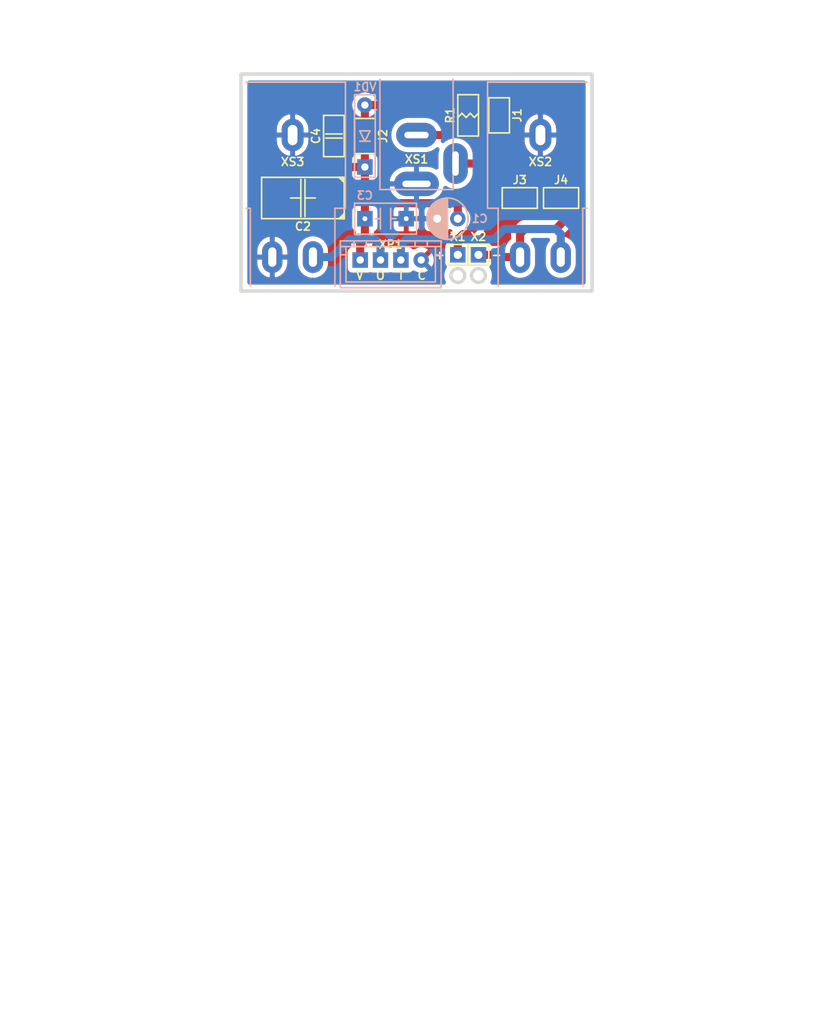
<source format=kicad_pcb>
(kicad_pcb (version 20171130) (host pcbnew 5.1.12-84ad8e8a86~92~ubuntu20.04.1)

  (general
    (thickness 1.6)
    (drawings 19)
    (tracks 57)
    (zones 0)
    (modules 17)
    (nets 9)
  )

  (page A4 portrait)
  (title_block
    (title ТКП-1.27.B-1)
    (date 2023-11-17)
    (rev 1B)
    (company "1590N1 Connector Board [REV1B] A")
    (comment 1 http://github.com/Adept666)
    (comment 2 "Igor Ivanov (Игорь Иванов)")
    (comment 3 -ТТКРЧПДЛ-)
    (comment 4 "This project is licensed under GNU General Public License v3.0 or later")
  )

  (layers
    (0 F.Cu jumper)
    (31 B.Cu signal)
    (36 B.SilkS user)
    (37 F.SilkS user)
    (38 B.Mask user)
    (39 F.Mask user)
    (40 Dwgs.User user)
    (44 Edge.Cuts user)
    (45 Margin user)
    (46 B.CrtYd user)
    (47 F.CrtYd user)
    (48 B.Fab user)
    (49 F.Fab user)
  )

  (setup
    (last_trace_width 1)
    (user_trace_width 0.6)
    (trace_clearance 0)
    (zone_clearance 0.6)
    (zone_45_only no)
    (trace_min 0.2)
    (via_size 1.5)
    (via_drill 0.5)
    (via_min_size 0.4)
    (via_min_drill 0.3)
    (uvia_size 0.3)
    (uvia_drill 0.1)
    (uvias_allowed no)
    (uvia_min_size 0)
    (uvia_min_drill 0)
    (edge_width 0.4)
    (segment_width 0.2)
    (pcb_text_width 0.3)
    (pcb_text_size 1.5 1.5)
    (mod_edge_width 0.15)
    (mod_text_size 1 1)
    (mod_text_width 0.15)
    (pad_size 1.9 1.9)
    (pad_drill 1)
    (pad_to_mask_clearance 0.1)
    (solder_mask_min_width 0.2)
    (aux_axis_origin 0 0)
    (visible_elements 7FFFFFFF)
    (pcbplotparams
      (layerselection 0x20000_7ffffffe)
      (usegerberextensions false)
      (usegerberattributes false)
      (usegerberadvancedattributes false)
      (creategerberjobfile false)
      (excludeedgelayer false)
      (linewidth 0.100000)
      (plotframeref true)
      (viasonmask false)
      (mode 1)
      (useauxorigin false)
      (hpglpennumber 1)
      (hpglpenspeed 20)
      (hpglpendiameter 15.000000)
      (psnegative false)
      (psa4output false)
      (plotreference false)
      (plotvalue true)
      (plotinvisibletext false)
      (padsonsilk true)
      (subtractmaskfromsilk false)
      (outputformat 4)
      (mirror false)
      (drillshape 0)
      (scaleselection 1)
      (outputdirectory ""))
  )

  (net 0 "")
  (net 1 COM)
  (net 2 /PP3-POS)
  (net 3 /PP3-NEG)
  (net 4 V)
  (net 5 /IN-CON)
  (net 6 /OUT-CON)
  (net 7 "Net-(J1-Pad2)")
  (net 8 "Net-(J1-Pad1)")

  (net_class Default "This is the default net class."
    (clearance 0)
    (trace_width 1)
    (via_dia 1.5)
    (via_drill 0.5)
    (uvia_dia 0.3)
    (uvia_drill 0.1)
    (add_net /IN-CON)
    (add_net /OUT-CON)
    (add_net /PP3-NEG)
    (add_net /PP3-POS)
    (add_net COM)
    (add_net "Net-(J1-Pad1)")
    (add_net "Net-(J1-Pad2)")
    (add_net V)
  )

  (module KCL-TH-ML:CON-PAD-S-1.0-1.9 (layer F.Cu) (tedit 65579383) (tstamp 60E19926)
    (at 113.03 157.48)
    (path /60AB555E)
    (fp_text reference X2 (at 0 -2.2225) (layer F.SilkS)
      (effects (font (size 1 1) (thickness 0.2)))
    )
    (fp_text value X (at 0 2.54) (layer F.Fab)
      (effects (font (size 1 1) (thickness 0.2)))
    )
    (fp_line (start 1.27 -1.27) (end 1.27 1.27) (layer F.SilkS) (width 0.2))
    (fp_line (start -1.27 -1.27) (end -1.27 1.27) (layer F.SilkS) (width 0.2))
    (fp_line (start -1.27 1.27) (end 1.27 1.27) (layer F.SilkS) (width 0.2))
    (fp_line (start -1.27 -1.27) (end 1.27 -1.27) (layer F.SilkS) (width 0.2))
    (fp_circle (center 0 0) (end 0.5 0) (layer F.Fab) (width 0.2))
    (fp_line (start -1.27 -1.27) (end 1.27 -1.27) (layer F.CrtYd) (width 0.1))
    (fp_line (start -1.27 1.27) (end 1.27 1.27) (layer F.CrtYd) (width 0.1))
    (fp_line (start -1.27 -1.27) (end -1.27 1.27) (layer F.CrtYd) (width 0.1))
    (fp_line (start 1.27 -1.27) (end 1.27 1.27) (layer F.CrtYd) (width 0.1))
    (pad 1 thru_hole rect (at 0 0) (size 1.9 1.9) (drill 1) (layers *.Cu *.Mask)
      (net 3 /PP3-NEG))
  )

  (module KCL-TH-ML:CON-PAD-S-1.0-1.9 (layer F.Cu) (tedit 65579383) (tstamp 6082ECA5)
    (at 110.49 157.48)
    (path /619BF442)
    (fp_text reference X1 (at 0 -2.2225) (layer F.SilkS)
      (effects (font (size 1 1) (thickness 0.2)))
    )
    (fp_text value X (at 0 2.54) (layer F.Fab)
      (effects (font (size 1 1) (thickness 0.2)))
    )
    (fp_line (start 1.27 -1.27) (end 1.27 1.27) (layer F.SilkS) (width 0.2))
    (fp_line (start -1.27 -1.27) (end -1.27 1.27) (layer F.SilkS) (width 0.2))
    (fp_line (start -1.27 1.27) (end 1.27 1.27) (layer F.SilkS) (width 0.2))
    (fp_line (start -1.27 -1.27) (end 1.27 -1.27) (layer F.SilkS) (width 0.2))
    (fp_circle (center 0 0) (end 0.5 0) (layer F.Fab) (width 0.2))
    (fp_line (start -1.27 -1.27) (end 1.27 -1.27) (layer F.CrtYd) (width 0.1))
    (fp_line (start -1.27 1.27) (end 1.27 1.27) (layer F.CrtYd) (width 0.1))
    (fp_line (start -1.27 -1.27) (end -1.27 1.27) (layer F.CrtYd) (width 0.1))
    (fp_line (start 1.27 -1.27) (end 1.27 1.27) (layer F.CrtYd) (width 0.1))
    (pad 1 thru_hole rect (at 0 0) (size 1.9 1.9) (drill 1) (layers *.Cu *.Mask)
      (net 2 /PP3-POS))
  )

  (module KCL-SM:J-SB-1206-2 (layer F.Cu) (tedit 62E4E210) (tstamp 61A2ACB8)
    (at 99.06 142.875 270)
    (path /61A33AAA)
    (fp_text reference J2 (at 0 -2.2225 90) (layer F.SilkS)
      (effects (font (size 1 1) (thickness 0.2)))
    )
    (fp_text value J2 (at 0 0.9525 90) (layer F.Fab)
      (effects (font (size 1 1) (thickness 0.2)))
    )
    (fp_line (start -2.159 -1.27) (end 2.159 -1.27) (layer F.CrtYd) (width 0.1))
    (fp_line (start 2.159 -1.27) (end 2.159 1.27) (layer F.CrtYd) (width 0.1))
    (fp_line (start -2.159 1.27) (end 2.159 1.27) (layer F.CrtYd) (width 0.1))
    (fp_line (start -2.159 -1.27) (end -2.159 1.27) (layer F.CrtYd) (width 0.1))
    (fp_line (start -2.159 1.27) (end 2.159 1.27) (layer F.SilkS) (width 0.2))
    (fp_line (start -2.159 -1.27) (end 2.159 -1.27) (layer F.SilkS) (width 0.2))
    (fp_line (start 2.159 -1.27) (end 2.159 1.27) (layer F.SilkS) (width 0.2))
    (fp_line (start -2.159 -1.27) (end -2.159 1.27) (layer F.SilkS) (width 0.2))
    (fp_line (start -1.05 0) (end 1.05 0) (layer F.Fab) (width 0.2))
    (pad 1 smd rect (at -0.95 0 270) (size 1.6 1.8) (layers F.Cu F.Mask)
      (net 7 "Net-(J1-Pad2)"))
    (pad 2 smd rect (at 0.95 0 270) (size 1.6 1.8) (layers F.Cu F.Mask)
      (net 4 V))
  )

  (module KCL-SM:J-SB-1206-2 (layer F.Cu) (tedit 62E4E210) (tstamp 61B6AFDF)
    (at 115.57 140.335 90)
    (path /61A32629)
    (fp_text reference J1 (at 0 2.2225 90) (layer F.SilkS)
      (effects (font (size 1 1) (thickness 0.2)))
    )
    (fp_text value J1 (at 0 -0.9525 90) (layer F.Fab)
      (effects (font (size 1 1) (thickness 0.2)))
    )
    (fp_line (start -2.159 -1.27) (end 2.159 -1.27) (layer F.CrtYd) (width 0.1))
    (fp_line (start 2.159 -1.27) (end 2.159 1.27) (layer F.CrtYd) (width 0.1))
    (fp_line (start -2.159 1.27) (end 2.159 1.27) (layer F.CrtYd) (width 0.1))
    (fp_line (start -2.159 -1.27) (end -2.159 1.27) (layer F.CrtYd) (width 0.1))
    (fp_line (start -2.159 1.27) (end 2.159 1.27) (layer F.SilkS) (width 0.2))
    (fp_line (start -2.159 -1.27) (end 2.159 -1.27) (layer F.SilkS) (width 0.2))
    (fp_line (start 2.159 -1.27) (end 2.159 1.27) (layer F.SilkS) (width 0.2))
    (fp_line (start -2.159 -1.27) (end -2.159 1.27) (layer F.SilkS) (width 0.2))
    (fp_line (start -1.05 0) (end 1.05 0) (layer F.Fab) (width 0.2))
    (pad 1 smd rect (at -0.95 0 90) (size 1.6 1.8) (layers F.Cu F.Mask)
      (net 8 "Net-(J1-Pad1)"))
    (pad 2 smd rect (at 0.95 0 90) (size 1.6 1.8) (layers F.Cu F.Mask)
      (net 7 "Net-(J1-Pad2)"))
  )

  (module KCL-SM:J-SB-1206-2 (layer F.Cu) (tedit 62E4E210) (tstamp 61A41975)
    (at 118.11 150.495)
    (path /61BB2CE9)
    (fp_text reference J3 (at 0 -2.2225) (layer F.SilkS)
      (effects (font (size 1 1) (thickness 0.2)))
    )
    (fp_text value J3 (at 0 -0.9525) (layer F.Fab)
      (effects (font (size 1 1) (thickness 0.2)))
    )
    (fp_line (start -2.159 -1.27) (end 2.159 -1.27) (layer F.CrtYd) (width 0.1))
    (fp_line (start 2.159 -1.27) (end 2.159 1.27) (layer F.CrtYd) (width 0.1))
    (fp_line (start -2.159 1.27) (end 2.159 1.27) (layer F.CrtYd) (width 0.1))
    (fp_line (start -2.159 -1.27) (end -2.159 1.27) (layer F.CrtYd) (width 0.1))
    (fp_line (start -2.159 1.27) (end 2.159 1.27) (layer F.SilkS) (width 0.2))
    (fp_line (start -2.159 -1.27) (end 2.159 -1.27) (layer F.SilkS) (width 0.2))
    (fp_line (start 2.159 -1.27) (end 2.159 1.27) (layer F.SilkS) (width 0.2))
    (fp_line (start -2.159 -1.27) (end -2.159 1.27) (layer F.SilkS) (width 0.2))
    (fp_line (start -1.05 0) (end 1.05 0) (layer F.Fab) (width 0.2))
    (pad 1 smd rect (at -0.95 0) (size 1.6 1.8) (layers F.Cu F.Mask)
      (net 2 /PP3-POS))
    (pad 2 smd rect (at 0.95 0) (size 1.6 1.8) (layers F.Cu F.Mask)
      (net 1 COM))
  )

  (module KCL-SM:J-SB-1206-2 (layer F.Cu) (tedit 62E4E210) (tstamp 61A4198C)
    (at 123.19 150.495 180)
    (path /61BCF730)
    (fp_text reference J4 (at 0 2.2225) (layer F.SilkS)
      (effects (font (size 1 1) (thickness 0.2)))
    )
    (fp_text value J4 (at 0 0.9525) (layer F.Fab)
      (effects (font (size 1 1) (thickness 0.2)))
    )
    (fp_line (start -2.159 -1.27) (end 2.159 -1.27) (layer F.CrtYd) (width 0.1))
    (fp_line (start 2.159 -1.27) (end 2.159 1.27) (layer F.CrtYd) (width 0.1))
    (fp_line (start -2.159 1.27) (end 2.159 1.27) (layer F.CrtYd) (width 0.1))
    (fp_line (start -2.159 -1.27) (end -2.159 1.27) (layer F.CrtYd) (width 0.1))
    (fp_line (start -2.159 1.27) (end 2.159 1.27) (layer F.SilkS) (width 0.2))
    (fp_line (start -2.159 -1.27) (end 2.159 -1.27) (layer F.SilkS) (width 0.2))
    (fp_line (start 2.159 -1.27) (end 2.159 1.27) (layer F.SilkS) (width 0.2))
    (fp_line (start -2.159 -1.27) (end -2.159 1.27) (layer F.SilkS) (width 0.2))
    (fp_line (start -1.05 0) (end 1.05 0) (layer F.Fab) (width 0.2))
    (pad 1 smd rect (at -0.95 0 180) (size 1.6 1.8) (layers F.Cu F.Mask)
      (net 3 /PP3-NEG))
    (pad 2 smd rect (at 0.95 0 180) (size 1.6 1.8) (layers F.Cu F.Mask)
      (net 1 COM))
  )

  (module KCL-TH-ML:CP-RADIAL-D05.0-P02.0-CLS (layer B.Cu) (tedit 616F0A79) (tstamp 61B6BBC0)
    (at 109.22 153.035 180)
    (path /60AB555F)
    (fp_text reference C1 (at -2.8575 0 180) (layer B.SilkS)
      (effects (font (size 1 1) (thickness 0.2)) (justify right mirror))
    )
    (fp_text value 107 (at 0 0 180) (layer B.Fab)
      (effects (font (size 1 1) (thickness 0.2)) (justify mirror))
    )
    (fp_circle (center 0 0) (end 2.54 0) (layer B.SilkS) (width 0.2))
    (fp_poly (pts (xy 0 2.54) (xy 0.762 2.413) (xy 1.905 1.651) (xy 2.54 0)
      (xy 1.905 -1.651) (xy 0.762 -2.413) (xy 0 -2.54)) (layer B.SilkS) (width 0.2))
    (fp_circle (center 0 0) (end 2.5 0) (layer B.Fab) (width 0.2))
    (fp_circle (center 0 0) (end 2.54 0) (layer B.CrtYd) (width 0.1))
    (pad - thru_hole roundrect (at 1.27 0 180) (size 1.9 1.9) (drill 1) (layers *.Cu *.Mask) (roundrect_rratio 0.3)
      (net 1 COM))
    (pad + thru_hole circle (at -1.27 0 180) (size 1.9 1.9) (drill 1) (layers *.Cu *.Mask)
      (net 4 V))
  )

  (module KCL-TH-ML:C-DISK-D04.2-T03.0-P05.08-d0.5 (layer B.Cu) (tedit 616F04F4) (tstamp 61CEC475)
    (at 101.6 153.035)
    (path /619BF43D)
    (fp_text reference C3 (at -2.54 -2.8575) (layer B.SilkS)
      (effects (font (size 1 1) (thickness 0.2)) (justify mirror))
    )
    (fp_text value 104 (at 0 0) (layer B.Fab)
      (effects (font (size 1 1) (thickness 0.2)) (justify mirror))
    )
    (fp_line (start 3.81 1.905) (end 3.81 -1.905) (layer B.CrtYd) (width 0.1))
    (fp_line (start -3.81 1.905) (end -3.81 -1.905) (layer B.CrtYd) (width 0.1))
    (fp_line (start -3.81 -1.905) (end 3.81 -1.905) (layer B.CrtYd) (width 0.1))
    (fp_line (start -3.81 1.905) (end 3.81 1.905) (layer B.CrtYd) (width 0.1))
    (fp_line (start 0.635 1.27) (end 0.635 -1.27) (layer B.SilkS) (width 0.2))
    (fp_line (start -0.635 1.27) (end -0.635 -1.27) (layer B.SilkS) (width 0.2))
    (fp_line (start 0.635 0) (end 1.27 0) (layer B.SilkS) (width 0.2))
    (fp_line (start -1.27 0) (end -0.635 0) (layer B.SilkS) (width 0.2))
    (fp_line (start 3.81 1.905) (end 3.81 -1.905) (layer B.SilkS) (width 0.2))
    (fp_line (start -3.81 1.905) (end -3.81 -1.905) (layer B.SilkS) (width 0.2))
    (fp_line (start -3.81 -1.905) (end 3.81 -1.905) (layer B.SilkS) (width 0.2))
    (fp_line (start -3.81 1.905) (end 3.81 1.905) (layer B.SilkS) (width 0.2))
    (fp_line (start -0.6 -1.5) (end 0.6 -1.5) (layer B.Fab) (width 0.2))
    (fp_line (start -0.6 1.5) (end 0.6 1.5) (layer B.Fab) (width 0.2))
    (fp_arc (start 0.6 0) (end 0.6 -1.5) (angle 180) (layer B.Fab) (width 0.2))
    (fp_arc (start -0.6 0) (end -0.6 1.5) (angle 180) (layer B.Fab) (width 0.2))
    (pad 1 thru_hole rect (at -2.54 0) (size 1.9 1.9) (drill 0.6) (layers *.Cu *.Mask)
      (net 4 V))
    (pad 2 thru_hole rect (at 2.54 0) (size 1.9 1.9) (drill 0.6) (layers *.Cu *.Mask)
      (net 1 COM))
  )

  (module KCL-TH-ML:CON-XH-B4B-A (layer B.Cu) (tedit 61A18FD4) (tstamp 61CF3AB2)
    (at 102.235 158.115 180)
    (path /61A88544)
    (fp_text reference XP1 (at 0 1.905) (layer F.SilkS)
      (effects (font (size 1 1) (thickness 0.2)))
    )
    (fp_text value B4B-XH-A (at 0 -0.635) (layer B.Fab)
      (effects (font (size 1 1) (thickness 0.2)) (justify mirror))
    )
    (fp_line (start 5.5 0.65) (end 6.2 0.65) (layer B.Fab) (width 0.2))
    (fp_line (start -4.5 2.35) (end -4.5 1.65) (layer B.Fab) (width 0.2))
    (fp_line (start -6.2 -3.4) (end 6.2 -3.4) (layer B.Fab) (width 0.2))
    (fp_line (start -6.2 2.35) (end 6.2 2.35) (layer B.CrtYd) (width 0.1))
    (fp_line (start -6.2 2.35) (end -6.2 -3.4) (layer B.CrtYd) (width 0.1))
    (fp_line (start -5.5 -2.7) (end 5.5 -2.7) (layer B.Fab) (width 0.2))
    (fp_line (start 3 2.35) (end 3 1.65) (layer B.Fab) (width 0.2))
    (fp_line (start -6.2 0.65) (end -5.5 0.65) (layer B.Fab) (width 0.2))
    (fp_line (start -6.2 1.65) (end 6.2 1.65) (layer B.Fab) (width 0.2))
    (fp_line (start -6.2 -3.4) (end 6.2 -3.4) (layer B.CrtYd) (width 0.1))
    (fp_line (start -5.5 1.65) (end -5.5 -2.7) (layer B.Fab) (width 0.2))
    (fp_line (start 6.2 2.35) (end 6.2 -3.4) (layer B.CrtYd) (width 0.1))
    (fp_line (start -6.2 2.35) (end 6.2 2.35) (layer B.Fab) (width 0.2))
    (fp_line (start 6.2 2.35) (end 6.2 -3.4) (layer B.Fab) (width 0.2))
    (fp_line (start 5.5 1.65) (end 5.5 -2.7) (layer B.Fab) (width 0.2))
    (fp_line (start -6.2 2.35) (end -6.2 -3.4) (layer B.Fab) (width 0.2))
    (fp_line (start -3 2.35) (end -3 1.65) (layer B.Fab) (width 0.2))
    (fp_line (start 4.5 2.35) (end 4.5 1.65) (layer B.Fab) (width 0.2))
    (fp_line (start -6.2 2.35) (end 6.2 2.35) (layer B.SilkS) (width 0.2))
    (fp_line (start -6.2 -3.4) (end 6.2 -3.4) (layer B.SilkS) (width 0.2))
    (fp_line (start 3 2.35) (end 3 1.65) (layer B.SilkS) (width 0.2))
    (fp_line (start -6.2 0.65) (end -5.5 0.65) (layer B.SilkS) (width 0.2))
    (fp_line (start -3 2.35) (end -3 1.65) (layer B.SilkS) (width 0.2))
    (fp_line (start -5.5 -2.7) (end 5.5 -2.7) (layer B.SilkS) (width 0.2))
    (fp_line (start 5.5 1.65) (end 5.5 -2.7) (layer B.SilkS) (width 0.2))
    (fp_line (start 5.5 0.65) (end 6.2 0.65) (layer B.SilkS) (width 0.2))
    (fp_line (start -6.2 2.35) (end -6.2 -3.4) (layer B.SilkS) (width 0.2))
    (fp_line (start -5.5 1.65) (end -5.5 -2.7) (layer B.SilkS) (width 0.2))
    (fp_line (start 6.2 2.35) (end 6.2 -3.4) (layer B.SilkS) (width 0.2))
    (fp_line (start -6.2 1.65) (end 6.2 1.65) (layer B.SilkS) (width 0.2))
    (fp_line (start 4.5 2.35) (end 4.5 1.65) (layer B.SilkS) (width 0.2))
    (fp_line (start -4.5 2.35) (end -4.5 1.65) (layer B.SilkS) (width 0.2))
    (pad 1 thru_hole circle (at -3.75 0 180) (size 1.9 1.9) (drill 0.9) (layers *.Cu *.Mask)
      (net 1 COM))
    (pad 2 thru_hole rect (at -1.25 0 180) (size 1.9 1.9) (drill 0.9) (layers *.Cu *.Mask)
      (net 5 /IN-CON))
    (pad 3 thru_hole rect (at 1.25 0 180) (size 1.9 1.9) (drill 0.9) (layers *.Cu *.Mask)
      (net 6 /OUT-CON))
    (pad 4 thru_hole rect (at 3.75 0 180) (size 1.9 1.9) (drill 0.9) (layers *.Cu *.Mask)
      (net 4 V))
  )

  (module KCL-TH-ML:P-DO-41 (layer B.Cu) (tedit 6110D669) (tstamp 61CEBBA7)
    (at 99.06 142.875 270)
    (path /61DC203D)
    (fp_text reference VD1 (at -6.0325 0) (layer B.SilkS)
      (effects (font (size 1 1) (thickness 0.2)) (justify mirror))
    )
    (fp_text value 5817 (at 0 0 270) (layer B.Fab)
      (effects (font (size 1 1) (thickness 0.2)) (justify mirror))
    )
    (fp_line (start -2.3175 1.1875) (end 2.3175 1.1875) (layer B.Fab) (width 0.2))
    (fp_line (start -2.3175 -1.1875) (end 2.3175 -1.1875) (layer B.Fab) (width 0.2))
    (fp_line (start -2.3175 1.1875) (end -2.3175 -1.1875) (layer B.Fab) (width 0.2))
    (fp_line (start 2.3175 1.1875) (end 2.3175 -1.1875) (layer B.Fab) (width 0.2))
    (fp_line (start -5.08 1.27) (end 5.08 1.27) (layer B.SilkS) (width 0.2))
    (fp_line (start -5.08 -1.27) (end 5.08 -1.27) (layer B.SilkS) (width 0.2))
    (fp_line (start -5.08 1.27) (end -5.08 -1.27) (layer B.SilkS) (width 0.2))
    (fp_line (start 5.08 1.27) (end 5.08 -1.27) (layer B.SilkS) (width 0.2))
    (fp_line (start -5.08 1.27) (end 5.08 1.27) (layer B.CrtYd) (width 0.1))
    (fp_line (start 5.08 1.27) (end 5.08 -1.27) (layer B.CrtYd) (width 0.1))
    (fp_line (start 5.08 -1.27) (end -5.08 -1.27) (layer B.CrtYd) (width 0.1))
    (fp_line (start -5.08 -1.27) (end -5.08 1.27) (layer B.CrtYd) (width 0.1))
    (fp_line (start -0.635 0.635) (end -0.635 -0.635) (layer B.SilkS) (width 0.2))
    (fp_line (start -0.635 0.635) (end 0.635 0) (layer B.SilkS) (width 0.2))
    (fp_line (start -0.635 -0.635) (end 0.635 0) (layer B.SilkS) (width 0.2))
    (fp_line (start 0.635 0.635) (end 0.635 -0.635) (layer B.SilkS) (width 0.2))
    (fp_line (start 1.8175 1.1875) (end 1.8175 -1.1875) (layer B.Fab) (width 0.2))
    (pad C thru_hole rect (at 3.81 0 270) (size 1.9 1.9) (drill 0.9) (layers *.Cu *.Mask)
      (net 4 V))
    (pad A thru_hole circle (at -3.81 0 270) (size 1.9 1.9) (drill 0.9) (layers *.Cu *.Mask)
      (net 7 "Net-(J1-Pad2)"))
  )

  (module SBKCL-TH-ML:CON-DC-005-9V-OVAL (layer B.Cu) (tedit 61CEB1E7) (tstamp 60995C69)
    (at 105.41 135.255)
    (path /619BF43C)
    (fp_text reference XS1 (at 0 10.4775) (layer F.SilkS)
      (effects (font (size 1 1) (thickness 0.2)))
    )
    (fp_text value DC-005 (at 0 6.985) (layer B.Fab)
      (effects (font (size 1 1) (thickness 0.2)) (justify mirror))
    )
    (fp_line (start -4.5 14.2) (end 4.5 14.2) (layer B.Fab) (width 0.2))
    (fp_line (start 4.5 14.2) (end 4.5 0) (layer B.Fab) (width 0.2))
    (fp_line (start -4.5 0) (end 4.5 0) (layer B.Fab) (width 0.2))
    (fp_line (start -4.5 14.2) (end -4.5 0) (layer B.Fab) (width 0.2))
    (fp_line (start -4.5 14.2) (end 5.2 14.2) (layer B.CrtYd) (width 0.1))
    (fp_line (start -4.5 0) (end 5.2 0) (layer B.CrtYd) (width 0.1))
    (fp_line (start -4.5 14.2) (end -4.5 0) (layer B.CrtYd) (width 0.1))
    (fp_line (start 5.2 14.2) (end 5.2 0) (layer B.CrtYd) (width 0.1))
    (fp_line (start -4.5 3.3) (end 4.5 3.3) (layer B.Fab) (width 0.2))
    (fp_line (start -4.5 14.2) (end 4.5 14.2) (layer B.SilkS) (width 0.2))
    (fp_line (start -4.5 14.2) (end -4.5 0.635) (layer B.SilkS) (width 0.2))
    (fp_line (start 4.5 14.2) (end 4.5 0.635) (layer B.SilkS) (width 0.2))
    (pad S thru_hole oval (at 0 7.5) (size 5 3) (drill oval 3 0.8) (layers *.Cu *.Mask)
      (net 8 "Net-(J1-Pad1)"))
    (pad SN thru_hole oval (at 4.8 11) (size 3 5) (drill oval 0.8 3) (layers *.Cu *.Mask)
      (net 2 /PP3-POS))
    (pad C thru_hole oval (at 0 13.5) (size 5.5 3) (drill oval 3.5 0.8) (layers *.Cu *.Mask)
      (net 1 COM))
  )

  (module SBKCL-TH-ML:CON-PJ-651A-01-OUT-OVAL (layer B.Cu) (tedit 62D1B343) (tstamp 61CEBB0F)
    (at 90.17 135.255)
    (path /609B0F02)
    (fp_text reference XS3 (at 0 10.795) (layer F.SilkS)
      (effects (font (size 1 1) (thickness 0.2)))
    )
    (fp_text value PJ-651A-01 (at 0 13.335) (layer B.Fab)
      (effects (font (size 1 1) (thickness 0.2)) (justify mirror))
    )
    (fp_line (start 3.464102 -0.5) (end 3.464102 -2.5) (layer B.Fab) (width 0.2))
    (fp_line (start -6.5 16.5) (end -6.5 1) (layer B.Fab) (width 0.2))
    (fp_line (start -6.5 16.5) (end -5.2 16.5) (layer B.Fab) (width 0.2))
    (fp_line (start 7.5 0) (end 7.5 -0.5) (layer B.Fab) (width 0.2))
    (fp_line (start -7.5 0) (end -7.5 -0.5) (layer B.Fab) (width 0.2))
    (fp_line (start -5.5 1) (end -5.5 0) (layer B.Fab) (width 0.2))
    (fp_line (start -7.5 0) (end 7.5 0) (layer B.Fab) (width 0.2))
    (fp_line (start 5.2 26.5) (end 5.2 16.5) (layer B.Fab) (width 0.2))
    (fp_line (start 5.5 1) (end 5.5 0) (layer B.Fab) (width 0.2))
    (fp_line (start 4.5 -2.5) (end 4.5 -9) (layer B.Fab) (width 0.2))
    (fp_line (start -6.928203 -2.5) (end 6.928203 -2.5) (layer B.Fab) (width 0.2))
    (fp_line (start 5.2 16.5) (end 6.5 16.5) (layer B.Fab) (width 0.2))
    (fp_line (start -4.5 -9) (end 4.5 -9) (layer B.Fab) (width 0.2))
    (fp_line (start -6.5 1) (end 6.5 1) (layer B.Fab) (width 0.2))
    (fp_line (start 6.5 16.5) (end 6.5 1) (layer B.Fab) (width 0.2))
    (fp_line (start -3.464102 -0.5) (end -3.464102 -2.5) (layer B.Fab) (width 0.2))
    (fp_line (start -4.5 -2.5) (end -4.5 -9) (layer B.Fab) (width 0.2))
    (fp_line (start 6.928203 -0.5) (end 6.928203 -2.5) (layer B.Fab) (width 0.2))
    (fp_line (start -7.5 -0.5) (end 7.5 -0.5) (layer B.Fab) (width 0.2))
    (fp_line (start -5.2 26.5) (end -5.2 16.5) (layer B.Fab) (width 0.2))
    (fp_line (start -5.2 26.5) (end 5.2 26.5) (layer B.Fab) (width 0.2))
    (fp_line (start -6.928203 -0.5) (end -6.928203 -2.5) (layer B.Fab) (width 0.2))
    (fp_line (start 5.2 26.035) (end 5.2 16.5) (layer B.SilkS) (width 0.2))
    (fp_line (start -5.2 26.035) (end -5.2 16.5) (layer B.SilkS) (width 0.2))
    (fp_line (start -5.715 1) (end 6.5 1) (layer B.SilkS) (width 0.2))
    (fp_line (start -5.715 16.5) (end -5.2 16.5) (layer B.SilkS) (width 0.2))
    (fp_line (start 5.2 16.5) (end 6.5 16.5) (layer B.SilkS) (width 0.2))
    (fp_line (start 6.5 16.5) (end 6.5 1) (layer B.SilkS) (width 0.2))
    (fp_line (start 5.5 1) (end 5.5 0) (layer B.CrtYd) (width 0.1))
    (fp_line (start 5.5 0) (end 7.5 0) (layer B.CrtYd) (width 0.1))
    (fp_line (start -7.5 0) (end -5.5 0) (layer B.CrtYd) (width 0.1))
    (fp_line (start -6.5 16.5) (end -5.2 16.5) (layer B.CrtYd) (width 0.1))
    (fp_line (start -5.2 26.5) (end 5.2 26.5) (layer B.CrtYd) (width 0.1))
    (fp_line (start -5.5 1) (end -5.5 0) (layer B.CrtYd) (width 0.1))
    (fp_line (start 7.5 0) (end 7.5 -9) (layer B.CrtYd) (width 0.1))
    (fp_line (start -6.5 16.5) (end -6.5 1) (layer B.CrtYd) (width 0.1))
    (fp_line (start -6.5 1) (end -5.5 1) (layer B.CrtYd) (width 0.1))
    (fp_line (start 5.2 26.5) (end 5.2 16.5) (layer B.CrtYd) (width 0.1))
    (fp_line (start -5.2 26.5) (end -5.2 16.5) (layer B.CrtYd) (width 0.1))
    (fp_line (start -7.5 -9) (end 7.5 -9) (layer B.CrtYd) (width 0.1))
    (fp_line (start 6.5 16.5) (end 6.5 1) (layer B.CrtYd) (width 0.1))
    (fp_line (start 5.5 1) (end 6.5 1) (layer B.CrtYd) (width 0.1))
    (fp_line (start -7.5 0) (end -7.5 -9) (layer B.CrtYd) (width 0.1))
    (fp_line (start 5.2 16.5) (end 6.5 16.5) (layer B.CrtYd) (width 0.1))
    (pad S thru_hole oval (at 0 7.5) (size 2.7 4) (drill oval 1.2 2.5) (layers *.Cu *.Mask)
      (net 1 COM))
    (pad T thru_hole oval (at 2.5 22.5) (size 2.5 3.9) (drill oval 1 2.4) (layers *.Cu *.Mask)
      (net 6 /OUT-CON))
    (pad R thru_hole oval (at -2.5 22.5) (size 2.5 3.9) (drill oval 1 2.4) (layers *.Cu *.Mask)
      (net 1 COM))
  )

  (module SBKCL-TH-ML:CON-PJ-651A-01-IN-OVAL (layer B.Cu) (tedit 62D1B31A) (tstamp 616C9C63)
    (at 120.65 135.255)
    (path /617128AA)
    (fp_text reference XS2 (at 0 10.795) (layer F.SilkS)
      (effects (font (size 1 1) (thickness 0.2)))
    )
    (fp_text value PJ-651A-01 (at 0 13.335) (layer B.Fab)
      (effects (font (size 1 1) (thickness 0.2)) (justify mirror))
    )
    (fp_line (start 3.464102 -0.5) (end 3.464102 -2.5) (layer B.Fab) (width 0.2))
    (fp_line (start -6.5 16.5) (end -6.5 1) (layer B.Fab) (width 0.2))
    (fp_line (start -6.5 16.5) (end -5.2 16.5) (layer B.Fab) (width 0.2))
    (fp_line (start 7.5 0) (end 7.5 -0.5) (layer B.Fab) (width 0.2))
    (fp_line (start -7.5 0) (end -7.5 -0.5) (layer B.Fab) (width 0.2))
    (fp_line (start -5.5 1) (end -5.5 0) (layer B.Fab) (width 0.2))
    (fp_line (start -7.5 0) (end 7.5 0) (layer B.Fab) (width 0.2))
    (fp_line (start 5.2 26.5) (end 5.2 16.5) (layer B.Fab) (width 0.2))
    (fp_line (start 5.5 1) (end 5.5 0) (layer B.Fab) (width 0.2))
    (fp_line (start 4.5 -2.5) (end 4.5 -9) (layer B.Fab) (width 0.2))
    (fp_line (start -6.928203 -2.5) (end 6.928203 -2.5) (layer B.Fab) (width 0.2))
    (fp_line (start 5.2 16.5) (end 6.5 16.5) (layer B.Fab) (width 0.2))
    (fp_line (start -4.5 -9) (end 4.5 -9) (layer B.Fab) (width 0.2))
    (fp_line (start -6.5 1) (end 6.5 1) (layer B.Fab) (width 0.2))
    (fp_line (start 6.5 16.5) (end 6.5 1) (layer B.Fab) (width 0.2))
    (fp_line (start -3.464102 -0.5) (end -3.464102 -2.5) (layer B.Fab) (width 0.2))
    (fp_line (start -4.5 -2.5) (end -4.5 -9) (layer B.Fab) (width 0.2))
    (fp_line (start 6.928203 -0.5) (end 6.928203 -2.5) (layer B.Fab) (width 0.2))
    (fp_line (start -7.5 -0.5) (end 7.5 -0.5) (layer B.Fab) (width 0.2))
    (fp_line (start -5.2 26.5) (end -5.2 16.5) (layer B.Fab) (width 0.2))
    (fp_line (start -5.2 26.5) (end 5.2 26.5) (layer B.Fab) (width 0.2))
    (fp_line (start -6.928203 -0.5) (end -6.928203 -2.5) (layer B.Fab) (width 0.2))
    (fp_line (start 5.2 26.035) (end 5.2 16.5) (layer B.SilkS) (width 0.2))
    (fp_line (start -5.2 26.035) (end -5.2 16.5) (layer B.SilkS) (width 0.2))
    (fp_line (start -6.5 1) (end 5.715 1) (layer B.SilkS) (width 0.2))
    (fp_line (start -6.5 16.5) (end -5.2 16.5) (layer B.SilkS) (width 0.2))
    (fp_line (start 5.2 16.5) (end 5.715 16.5) (layer B.SilkS) (width 0.2))
    (fp_line (start -6.5 16.5) (end -6.5 1) (layer B.SilkS) (width 0.2))
    (fp_line (start 5.5 1) (end 5.5 0) (layer B.CrtYd) (width 0.1))
    (fp_line (start 5.5 0) (end 7.5 0) (layer B.CrtYd) (width 0.1))
    (fp_line (start -7.5 0) (end -5.5 0) (layer B.CrtYd) (width 0.1))
    (fp_line (start -6.5 16.5) (end -5.2 16.5) (layer B.CrtYd) (width 0.1))
    (fp_line (start -5.2 26.5) (end 5.2 26.5) (layer B.CrtYd) (width 0.1))
    (fp_line (start -5.5 1) (end -5.5 0) (layer B.CrtYd) (width 0.1))
    (fp_line (start 7.5 0) (end 7.5 -9) (layer B.CrtYd) (width 0.1))
    (fp_line (start -6.5 16.5) (end -6.5 1) (layer B.CrtYd) (width 0.1))
    (fp_line (start -6.5 1) (end -5.5 1) (layer B.CrtYd) (width 0.1))
    (fp_line (start 5.2 26.5) (end 5.2 16.5) (layer B.CrtYd) (width 0.1))
    (fp_line (start -5.2 26.5) (end -5.2 16.5) (layer B.CrtYd) (width 0.1))
    (fp_line (start -7.5 -9) (end 7.5 -9) (layer B.CrtYd) (width 0.1))
    (fp_line (start 6.5 16.5) (end 6.5 1) (layer B.CrtYd) (width 0.1))
    (fp_line (start 5.5 1) (end 6.5 1) (layer B.CrtYd) (width 0.1))
    (fp_line (start -7.5 0) (end -7.5 -9) (layer B.CrtYd) (width 0.1))
    (fp_line (start 5.2 16.5) (end 6.5 16.5) (layer B.CrtYd) (width 0.1))
    (pad R thru_hole oval (at -2.5 22.5) (size 2.5 3.9) (drill oval 1 2.4) (layers *.Cu *.Mask)
      (net 3 /PP3-NEG))
    (pad T thru_hole oval (at 2.5 22.5) (size 2.5 3.9) (drill oval 1 2.4) (layers *.Cu *.Mask)
      (net 5 /IN-CON))
    (pad S thru_hole oval (at 0 7.5) (size 2.7 4) (drill oval 1.2 2.5) (layers *.Cu *.Mask)
      (net 1 COM))
  )

  (module KCL-SM:C-SM-1206 (layer F.Cu) (tedit 5FF35261) (tstamp 61B6D636)
    (at 95.25 142.875 90)
    (path /61BC19F4)
    (fp_text reference C4 (at 0 -2.2225 90) (layer F.SilkS)
      (effects (font (size 1 1) (thickness 0.2)))
    )
    (fp_text value 104 (at 0 0 90) (layer F.Fab)
      (effects (font (size 1 1) (thickness 0.2)))
    )
    (fp_line (start -1.6 -0.8) (end -1.6 0.8) (layer F.Fab) (width 0.2))
    (fp_line (start -1.6 0.8) (end 1.6 0.8) (layer F.Fab) (width 0.2))
    (fp_line (start 1.6 -0.8) (end 1.6 0.8) (layer F.Fab) (width 0.2))
    (fp_line (start -1.6 -0.8) (end 1.6 -0.8) (layer F.Fab) (width 0.2))
    (fp_line (start -2.54 -1.27) (end -2.54 1.27) (layer F.SilkS) (width 0.2))
    (fp_line (start 2.54 -1.27) (end 2.54 1.27) (layer F.SilkS) (width 0.2))
    (fp_line (start -0.254 -1.016) (end -0.254 1.016) (layer F.SilkS) (width 0.2))
    (fp_line (start 0.254 -1.016) (end 0.254 1.016) (layer F.SilkS) (width 0.2))
    (fp_line (start -2.54 -1.27) (end 2.54 -1.27) (layer F.SilkS) (width 0.2))
    (fp_line (start -2.54 1.27) (end 2.54 1.27) (layer F.SilkS) (width 0.2))
    (fp_line (start -2.54 1.27) (end -2.54 -1.27) (layer F.CrtYd) (width 0.1))
    (fp_line (start 2.54 1.27) (end -2.54 1.27) (layer F.CrtYd) (width 0.1))
    (fp_line (start 2.54 -1.27) (end 2.54 1.27) (layer F.CrtYd) (width 0.1))
    (fp_line (start -2.54 -1.27) (end 2.54 -1.27) (layer F.CrtYd) (width 0.1))
    (pad 2 smd rect (at 1.4 0 90) (size 1.6 1.8) (layers F.Cu F.Mask)
      (net 1 COM))
    (pad 1 smd rect (at -1.4 0 90) (size 1.6 1.8) (layers F.Cu F.Mask)
      (net 4 V))
  )

  (module KCL-SM:R-SM-1206 (layer F.Cu) (tedit 610FE4F7) (tstamp 61CEC771)
    (at 111.76 140.335 90)
    (path /61A3ECF5)
    (fp_text reference R1 (at 0 -2.2225 90) (layer F.SilkS)
      (effects (font (size 1 1) (thickness 0.2)))
    )
    (fp_text value X (at 0 0 90) (layer F.Fab)
      (effects (font (size 1 1) (thickness 0.2)))
    )
    (fp_line (start -2.54 -1.27) (end 2.54 -1.27) (layer F.CrtYd) (width 0.1))
    (fp_line (start 2.54 -1.27) (end 2.54 1.27) (layer F.CrtYd) (width 0.1))
    (fp_line (start -2.54 1.27) (end 2.54 1.27) (layer F.CrtYd) (width 0.1))
    (fp_line (start -2.54 -1.27) (end -2.54 1.27) (layer F.CrtYd) (width 0.1))
    (fp_line (start -0.254 -0.254) (end 0.254 -0.762) (layer F.SilkS) (width 0.2))
    (fp_line (start 0.254 -0.762) (end -0.254 -1.27) (layer F.SilkS) (width 0.2))
    (fp_line (start -0.254 -0.254) (end 0.254 0.254) (layer F.SilkS) (width 0.2))
    (fp_line (start 0.254 0.254) (end -0.254 0.762) (layer F.SilkS) (width 0.2))
    (fp_line (start -0.254 0.762) (end 0.254 1.27) (layer F.SilkS) (width 0.2))
    (fp_line (start -2.54 1.27) (end 2.54 1.27) (layer F.SilkS) (width 0.2))
    (fp_line (start -2.54 -1.27) (end 2.54 -1.27) (layer F.SilkS) (width 0.2))
    (fp_line (start 2.54 -1.27) (end 2.54 1.27) (layer F.SilkS) (width 0.2))
    (fp_line (start -2.54 -1.27) (end -2.54 1.27) (layer F.SilkS) (width 0.2))
    (fp_line (start -1.6 -0.8) (end 1.6 -0.8) (layer F.Fab) (width 0.2))
    (fp_line (start 1.6 -0.8) (end 1.6 0.8) (layer F.Fab) (width 0.2))
    (fp_line (start -1.6 0.8) (end 1.6 0.8) (layer F.Fab) (width 0.2))
    (fp_line (start -1.6 -0.8) (end -1.6 0.8) (layer F.Fab) (width 0.2))
    (pad 1 smd rect (at -1.4 0 90) (size 1.6 1.8) (layers F.Cu F.Mask)
      (net 8 "Net-(J1-Pad1)"))
    (pad 2 smd rect (at 1.4 0 90) (size 1.6 1.8) (layers F.Cu F.Mask)
      (net 7 "Net-(J1-Pad2)"))
  )

  (module KCL-VIRTUAL:B-PP3-HV (layer F.Cu) (tedit 5E590763) (tstamp 61D000C8)
    (at 105.41 172.72)
    (path /619BF44A)
    (fp_text reference GB1 (at 0 0) (layer F.SilkS) hide
      (effects (font (size 1 1) (thickness 0.2)))
    )
    (fp_text value X (at 0 1.27) (layer F.Fab) hide
      (effects (font (size 1 1) (thickness 0.2)))
    )
    (fp_line (start 24.25 -8.75) (end 24.25 8.75) (layer Dwgs.User) (width 0.2))
    (fp_line (start -24.25 -8.75) (end -24.25 8.75) (layer Dwgs.User) (width 0.2))
    (fp_line (start -24.25 8.75) (end 24.25 8.75) (layer Dwgs.User) (width 0.2))
    (fp_line (start -24.25 -8.75) (end 24.25 -8.75) (layer Dwgs.User) (width 0.2))
  )

  (module KCL-SM:CP-CTSMD-D (layer F.Cu) (tedit 62D40D4D) (tstamp 62E47151)
    (at 91.44 150.495 180)
    (path /62ED809D)
    (fp_text reference C2 (at 0 -3.4925 180) (layer F.SilkS)
      (effects (font (size 1 1) (thickness 0.2)))
    )
    (fp_text value 107 (at 0 0 180) (layer F.Fab)
      (effects (font (size 1 1) (thickness 0.2)))
    )
    (fp_line (start -5.08 2.54) (end 5.08 2.54) (layer F.SilkS) (width 0.2))
    (fp_line (start -5.08 -2.54) (end 5.08 -2.54) (layer F.SilkS) (width 0.2))
    (fp_line (start 5.08 -2.54) (end 5.08 2.54) (layer F.SilkS) (width 0.2))
    (fp_line (start 0.254 -2.286) (end 0.254 2.286) (layer F.SilkS) (width 0.2))
    (fp_line (start -0.254 -2.286) (end -0.254 2.286) (layer F.SilkS) (width 0.2))
    (fp_line (start -5.08 -2.54) (end -5.08 2.54) (layer F.SilkS) (width 0.2))
    (fp_line (start -3.25 -2.15) (end -3.25 2.15) (layer F.Fab) (width 0.2))
    (fp_line (start 3.65 -2.15) (end 3.65 2.15) (layer F.Fab) (width 0.2))
    (fp_line (start -3.65 -2.15) (end -3.65 2.15) (layer F.Fab) (width 0.2))
    (fp_line (start -3.65 2.15) (end 3.65 2.15) (layer F.Fab) (width 0.2))
    (fp_line (start -3.65 -2.15) (end 3.65 -2.15) (layer F.Fab) (width 0.2))
    (fp_line (start 5.08 -2.54) (end 5.08 2.54) (layer F.CrtYd) (width 0.1))
    (fp_line (start -5.08 -2.54) (end -5.08 2.54) (layer F.CrtYd) (width 0.1))
    (fp_line (start -5.08 2.54) (end 5.08 2.54) (layer F.CrtYd) (width 0.1))
    (fp_line (start -5.08 -2.54) (end 5.08 -2.54) (layer F.CrtYd) (width 0.1))
    (fp_poly (pts (xy -4.445 2.54) (xy -5.08 2.54) (xy -5.08 1.905)) (layer F.SilkS) (width 0.2))
    (fp_poly (pts (xy -5.08 -1.905) (xy -5.08 -2.54) (xy -4.445 -2.54)) (layer F.SilkS) (width 0.2))
    (fp_line (start -1.524 0) (end -0.254 0) (layer F.SilkS) (width 0.2))
    (fp_line (start 0.254 0) (end 1.524 0) (layer F.SilkS) (width 0.2))
    (pad + smd rect (at -3.2 0 180) (size 2.6 2.4) (layers F.Cu F.Mask)
      (net 4 V))
    (pad - smd rect (at 3.2 0 180) (size 2.6 2.4) (layers F.Cu F.Mask)
      (net 1 COM))
  )

  (gr_text "1. Установить либо C3, либо C4." (at 119.83 246.38) (layer B.Fab) (tstamp 654D2B02)
    (effects (font (size 2.54 2.54) (thickness 0.2)) (justify left mirror))
  )
  (gr_text "2. Установить либо C1, либо C2." (at 119.83 250.19) (layer B.Fab) (tstamp 654D2B01)
    (effects (font (size 2.54 2.54) (thickness 0.2)) (justify left mirror))
  )
  (gr_text "3. Установить либо C1, либо C2." (at 90.17 242.57) (layer F.Fab) (tstamp 654D2169)
    (effects (font (size 2.54 2.54) (thickness 0.2)) (justify left))
  )
  (gr_text "1. R1, X1 и X2 не устанавливать." (at 90.17 234.95) (layer F.Fab) (tstamp 654D2165)
    (effects (font (size 2.54 2.54) (thickness 0.2)) (justify left))
  )
  (gr_text "2. Установить либо C3, либо C4." (at 90.17 238.76) (layer F.Fab) (tstamp 654D1E2A)
    (effects (font (size 2.54 2.54) (thickness 0.2)) (justify left))
  )
  (gr_text "4. J2 оставить разомкнутой." (at 90.17 246.38) (layer F.Fab) (tstamp 654D1DFA)
    (effects (font (size 2.54 2.54) (thickness 0.2)) (justify left))
  )
  (gr_text "5. J1, J3 и J4 замкнуть." (at 90.17 250.19) (layer F.Fab)
    (effects (font (size 2.54 2.54) (thickness 0.2)) (justify left))
  )
  (gr_text C (at 106.045 160.02) (layer F.SilkS) (tstamp 61DAA3FD)
    (effects (font (size 1 1) (thickness 0.2)))
  )
  (gr_text I (at 103.505 160.02) (layer F.SilkS) (tstamp 61DAA3FD)
    (effects (font (size 1 1) (thickness 0.2)))
  )
  (gr_text O (at 100.965 160.02) (layer F.SilkS) (tstamp 61DAA3FD)
    (effects (font (size 1 1) (thickness 0.2)))
  )
  (gr_text V (at 98.425 160.02) (layer F.SilkS)
    (effects (font (size 1 1) (thickness 0.2)))
  )
  (gr_text - (at 115.2525 157.48) (layer F.SilkS) (tstamp 61CFF1CA)
    (effects (font (size 1 1) (thickness 0.2)))
  )
  (gr_text + (at 108.2675 157.48) (layer F.SilkS) (tstamp 61CFF21B)
    (effects (font (size 1 1) (thickness 0.2)))
  )
  (gr_line (start 83.82 135.255) (end 83.82 161.925) (layer Edge.Cuts) (width 0.4) (tstamp 619068B3))
  (gr_line (start 127 135.255) (end 127 161.925) (layer Edge.Cuts) (width 0.4) (tstamp 619068B2))
  (gr_line (start 83.82 161.925) (end 127 161.925) (layer Edge.Cuts) (width 0.4) (tstamp 619068A0))
  (gr_circle (center 113.03 160.02) (end 113.88 160.02) (layer Edge.Cuts) (width 0.4) (tstamp 61A2AD88))
  (gr_circle (center 110.49 160.02) (end 111.34 160.02) (layer Edge.Cuts) (width 0.4) (tstamp 6082ECCC))
  (gr_line (start 83.82 135.255) (end 127 135.255) (layer Edge.Cuts) (width 0.4))

  (segment (start 113.03 146.685) (end 113.03 150.495) (width 1) (layer F.Cu) (net 2))
  (segment (start 112.6 146.255) (end 113.03 146.685) (width 1) (layer F.Cu) (net 2))
  (segment (start 110.21 146.255) (end 112.6 146.255) (width 1) (layer F.Cu) (net 2))
  (segment (start 117.06 150.495) (end 113.03 150.495) (width 1) (layer F.Cu) (net 2))
  (segment (start 110.49 155.575) (end 110.49 157.48) (width 1) (layer F.Cu) (net 2))
  (segment (start 111.125 154.94) (end 110.49 155.575) (width 1) (layer F.Cu) (net 2))
  (segment (start 111.76 154.94) (end 111.125 154.94) (width 1) (layer F.Cu) (net 2))
  (segment (start 113.03 153.67) (end 111.76 154.94) (width 1) (layer F.Cu) (net 2))
  (segment (start 113.03 150.495) (end 113.03 153.67) (width 1) (layer F.Cu) (net 2))
  (segment (start 118.15 157.755) (end 115.845 157.755) (width 1) (layer F.Cu) (net 3))
  (segment (start 115.57 157.48) (end 115.845 157.755) (width 1) (layer F.Cu) (net 3))
  (segment (start 113.03 157.48) (end 115.57 157.48) (width 1) (layer F.Cu) (net 3))
  (segment (start 124.24 152.62) (end 124.24 150.495) (width 1) (layer F.Cu) (net 3))
  (segment (start 122.555 154.305) (end 124.24 152.62) (width 1) (layer F.Cu) (net 3))
  (segment (start 118.745 154.305) (end 122.555 154.305) (width 1) (layer F.Cu) (net 3))
  (segment (start 118.15 154.9) (end 118.745 154.305) (width 1) (layer F.Cu) (net 3))
  (segment (start 118.15 157.755) (end 118.15 154.9) (width 1) (layer F.Cu) (net 3))
  (segment (start 99.06 143.925) (end 99.06 146.685) (width 1) (layer F.Cu) (net 4))
  (segment (start 99.06 153.035) (end 99.06 155.575) (width 1) (layer F.Cu) (net 4))
  (segment (start 98.485 156.15) (end 99.06 155.575) (width 1) (layer F.Cu) (net 4))
  (segment (start 98.485 158.115) (end 98.485 156.15) (width 1) (layer F.Cu) (net 4))
  (segment (start 94.64 150.495) (end 99.06 150.495) (width 1) (layer F.Cu) (net 4))
  (segment (start 99.06 150.495) (end 99.06 153.035) (width 1) (layer F.Cu) (net 4))
  (segment (start 99.06 146.685) (end 99.06 150.495) (width 1) (layer F.Cu) (net 4))
  (segment (start 110.49 151.4475) (end 110.49 153.035) (width 1) (layer F.Cu) (net 4))
  (segment (start 110.1725 151.13) (end 110.49 151.4475) (width 1) (layer F.Cu) (net 4))
  (segment (start 102.87 151.13) (end 110.1725 151.13) (width 1) (layer F.Cu) (net 4) (tstamp 61CEB8D7))
  (segment (start 102.235 150.495) (end 102.87 151.13) (width 1) (layer F.Cu) (net 4))
  (segment (start 99.06 150.495) (end 102.235 150.495) (width 1) (layer F.Cu) (net 4))
  (segment (start 95.25 144.275) (end 95.25 146.05) (width 1) (layer F.Cu) (net 4))
  (segment (start 95.25 146.05) (end 95.885 146.685) (width 1) (layer F.Cu) (net 4))
  (segment (start 99.06 146.685) (end 95.885 146.685) (width 1) (layer F.Cu) (net 4))
  (segment (start 122.555 154.305) (end 123.15 154.9) (width 1) (layer B.Cu) (net 5))
  (segment (start 123.15 154.9) (end 123.15 157.755) (width 1) (layer B.Cu) (net 5))
  (segment (start 116.205 154.305) (end 122.555 154.305) (width 1) (layer B.Cu) (net 5))
  (segment (start 114.935 155.575) (end 116.205 154.305) (width 1) (layer B.Cu) (net 5))
  (segment (start 103.485 156.23) (end 104.14 155.575) (width 1) (layer B.Cu) (net 5))
  (segment (start 104.14 155.575) (end 114.935 155.575) (width 1) (layer B.Cu) (net 5))
  (segment (start 103.485 158.115) (end 103.485 156.23) (width 1) (layer B.Cu) (net 5))
  (segment (start 100.33 155.575) (end 100.985 156.23) (width 1) (layer B.Cu) (net 6))
  (segment (start 97.155 155.575) (end 100.33 155.575) (width 1) (layer B.Cu) (net 6))
  (segment (start 100.985 156.23) (end 100.985 158.115) (width 1) (layer B.Cu) (net 6))
  (segment (start 94.975 157.755) (end 97.155 155.575) (width 1) (layer B.Cu) (net 6))
  (segment (start 92.67 157.755) (end 94.975 157.755) (width 1) (layer B.Cu) (net 6))
  (segment (start 99.06 141.825) (end 99.06 139.065) (width 1) (layer F.Cu) (net 7))
  (segment (start 109.22 139.065) (end 99.06 139.065) (width 1) (layer F.Cu) (net 7))
  (segment (start 115.57 139.285) (end 113.885 139.285) (width 1) (layer F.Cu) (net 7))
  (segment (start 113.535 138.935) (end 113.885 139.285) (width 1) (layer F.Cu) (net 7))
  (segment (start 111.76 138.935) (end 113.535 138.935) (width 1) (layer F.Cu) (net 7))
  (segment (start 109.35 138.935) (end 109.22 139.065) (width 1) (layer F.Cu) (net 7))
  (segment (start 111.76 138.935) (end 109.35 138.935) (width 1) (layer F.Cu) (net 7))
  (segment (start 105.41 142.755) (end 108.705 142.755) (width 1) (layer F.Cu) (net 8))
  (segment (start 115.57 141.385) (end 113.885 141.385) (width 1) (layer F.Cu) (net 8))
  (segment (start 113.535 141.735) (end 113.885 141.385) (width 1) (layer F.Cu) (net 8))
  (segment (start 111.76 141.735) (end 113.535 141.735) (width 1) (layer F.Cu) (net 8))
  (segment (start 109.725 141.735) (end 108.705 142.755) (width 1) (layer F.Cu) (net 8))
  (segment (start 111.76 141.735) (end 109.725 141.735) (width 1) (layer F.Cu) (net 8))

  (zone (net 1) (net_name COM) (layer B.Cu) (tstamp 61B6DEBC) (hatch edge 0.508)
    (connect_pads (clearance 0.6))
    (min_thickness 0.5)
    (fill yes (arc_segments 32) (thermal_gap 0.6) (thermal_bridge_width 0.6))
    (polygon
      (pts
        (xy 82.55 133.985) (xy 128.27 133.985) (xy 128.27 163.195) (xy 82.55 163.195)
      )
    )
    (filled_polygon
      (pts
        (xy 125.950001 160.875) (xy 114.744034 160.875) (xy 114.867325 160.577347) (xy 114.940755 160.208193) (xy 114.940755 159.831807)
        (xy 114.867325 159.462653) (xy 114.723289 159.114918) (xy 114.630933 158.976697) (xy 114.690168 158.904519) (xy 114.769097 158.756855)
        (xy 114.8177 158.596629) (xy 114.834112 158.43) (xy 114.834112 156.925) (xy 114.868681 156.925) (xy 114.935 156.931532)
        (xy 115.001319 156.925) (xy 115.001321 156.925) (xy 115.199646 156.905467) (xy 115.454122 156.828272) (xy 115.688649 156.702915)
        (xy 115.894213 156.534213) (xy 115.936491 156.482697) (xy 116.233482 156.185706) (xy 116.200465 156.247477) (xy 116.080385 156.643329)
        (xy 116.05 156.951834) (xy 116.05 158.558167) (xy 116.080385 158.866672) (xy 116.200466 159.262524) (xy 116.395466 159.627343)
        (xy 116.657892 159.947109) (xy 116.977658 160.209535) (xy 117.342477 160.404535) (xy 117.738329 160.524615) (xy 118.15 160.565161)
        (xy 118.561672 160.524615) (xy 118.957524 160.404535) (xy 119.322343 160.209535) (xy 119.642109 159.947109) (xy 119.904535 159.627343)
        (xy 120.099535 159.262524) (xy 120.219615 158.866671) (xy 120.25 158.558166) (xy 120.25 156.951833) (xy 120.219615 156.643328)
        (xy 120.099535 156.247476) (xy 119.904535 155.882657) (xy 119.717701 155.655) (xy 121.582299 155.655) (xy 121.395465 155.882657)
        (xy 121.200465 156.247477) (xy 121.080385 156.643329) (xy 121.05 156.951834) (xy 121.05 158.558167) (xy 121.080385 158.866672)
        (xy 121.200466 159.262524) (xy 121.395466 159.627343) (xy 121.657892 159.947109) (xy 121.977658 160.209535) (xy 122.342477 160.404535)
        (xy 122.738329 160.524615) (xy 123.15 160.565161) (xy 123.561672 160.524615) (xy 123.957524 160.404535) (xy 124.322343 160.209535)
        (xy 124.642109 159.947109) (xy 124.904535 159.627343) (xy 125.099535 159.262524) (xy 125.219615 158.866671) (xy 125.25 158.558166)
        (xy 125.25 156.951833) (xy 125.219615 156.643328) (xy 125.099535 156.247476) (xy 124.904535 155.882657) (xy 124.642109 155.562891)
        (xy 124.5 155.446265) (xy 124.5 154.96631) (xy 124.506531 154.899999) (xy 124.5 154.833688) (xy 124.5 154.833679)
        (xy 124.480467 154.635354) (xy 124.403272 154.380878) (xy 124.277915 154.146351) (xy 124.109212 153.940787) (xy 124.057701 153.898513)
        (xy 123.556491 153.397303) (xy 123.514213 153.345787) (xy 123.308649 153.177085) (xy 123.074122 153.051728) (xy 122.819646 152.974533)
        (xy 122.621321 152.955) (xy 122.621319 152.955) (xy 122.555 152.948468) (xy 122.488681 152.955) (xy 116.27131 152.955)
        (xy 116.204999 152.948469) (xy 116.138688 152.955) (xy 116.138679 152.955) (xy 115.940354 152.974533) (xy 115.685878 153.051728)
        (xy 115.576707 153.110081) (xy 115.45135 153.177085) (xy 115.297301 153.30351) (xy 115.297298 153.303513) (xy 115.245787 153.345787)
        (xy 115.203513 153.397298) (xy 114.375812 154.225) (xy 111.845584 154.225) (xy 111.888151 154.182433) (xy 112.085139 153.88762)
        (xy 112.220827 153.560041) (xy 112.29 153.212284) (xy 112.29 152.857716) (xy 112.220827 152.509959) (xy 112.085139 152.18238)
        (xy 111.888151 151.887567) (xy 111.637433 151.636849) (xy 111.34262 151.439861) (xy 111.015041 151.304173) (xy 110.667284 151.235)
        (xy 110.312716 151.235) (xy 109.964959 151.304173) (xy 109.63738 151.439861) (xy 109.529372 151.512029) (xy 109.503949 151.481051)
        (xy 109.37452 151.374831) (xy 109.226855 151.295902) (xy 109.066629 151.247299) (xy 108.9 151.230887) (xy 108.2125 151.235)
        (xy 108 151.4475) (xy 108 152.985) (xy 108.02 152.985) (xy 108.02 153.085) (xy 108 153.085)
        (xy 108 153.105) (xy 107.9 153.105) (xy 107.9 153.085) (xy 106.3625 153.085) (xy 106.15 153.2975)
        (xy 106.145887 153.985) (xy 106.162299 154.151629) (xy 106.184555 154.225) (xy 105.905445 154.225) (xy 105.927701 154.151629)
        (xy 105.944113 153.985) (xy 105.94 153.2975) (xy 105.7275 153.085) (xy 104.19 153.085) (xy 104.19 153.105)
        (xy 104.09 153.105) (xy 104.09 153.085) (xy 102.5525 153.085) (xy 102.34 153.2975) (xy 102.335887 153.985)
        (xy 102.352299 154.151629) (xy 102.400902 154.311855) (xy 102.479831 154.45952) (xy 102.586051 154.588949) (xy 102.71548 154.695169)
        (xy 102.863145 154.774098) (xy 102.992481 154.813331) (xy 102.577299 155.228513) (xy 102.525788 155.270787) (xy 102.483514 155.322298)
        (xy 102.48351 155.322302) (xy 102.357085 155.476351) (xy 102.235 155.704757) (xy 102.112915 155.476351) (xy 101.944212 155.270787)
        (xy 101.892701 155.228513) (xy 101.33149 154.667302) (xy 101.289213 154.615787) (xy 101.083649 154.447085) (xy 100.849122 154.321728)
        (xy 100.80057 154.307) (xy 100.8477 154.151629) (xy 100.864112 153.985) (xy 100.864112 152.085) (xy 102.335887 152.085)
        (xy 102.34 152.7725) (xy 102.5525 152.985) (xy 104.09 152.985) (xy 104.09 151.4475) (xy 104.19 151.4475)
        (xy 104.19 152.985) (xy 105.7275 152.985) (xy 105.94 152.7725) (xy 105.944113 152.085) (xy 106.145887 152.085)
        (xy 106.15 152.7725) (xy 106.3625 152.985) (xy 107.9 152.985) (xy 107.9 151.4475) (xy 107.6875 151.235)
        (xy 107 151.230887) (xy 106.833371 151.247299) (xy 106.673145 151.295902) (xy 106.52548 151.374831) (xy 106.396051 151.481051)
        (xy 106.289831 151.61048) (xy 106.210902 151.758145) (xy 106.162299 151.918371) (xy 106.145887 152.085) (xy 105.944113 152.085)
        (xy 105.927701 151.918371) (xy 105.879098 151.758145) (xy 105.800169 151.61048) (xy 105.693949 151.481051) (xy 105.56452 151.374831)
        (xy 105.416855 151.295902) (xy 105.256629 151.247299) (xy 105.09 151.230887) (xy 104.4025 151.235) (xy 104.19 151.4475)
        (xy 104.09 151.4475) (xy 103.8775 151.235) (xy 103.19 151.230887) (xy 103.023371 151.247299) (xy 102.863145 151.295902)
        (xy 102.71548 151.374831) (xy 102.586051 151.481051) (xy 102.479831 151.61048) (xy 102.400902 151.758145) (xy 102.352299 151.918371)
        (xy 102.335887 152.085) (xy 100.864112 152.085) (xy 100.8477 151.918371) (xy 100.799097 151.758145) (xy 100.720168 151.610481)
        (xy 100.613948 151.481052) (xy 100.484519 151.374832) (xy 100.336855 151.295903) (xy 100.176629 151.2473) (xy 100.01 151.230888)
        (xy 98.11 151.230888) (xy 97.943371 151.2473) (xy 97.783145 151.295903) (xy 97.635481 151.374832) (xy 97.506052 151.481052)
        (xy 97.399832 151.610481) (xy 97.320903 151.758145) (xy 97.2723 151.918371) (xy 97.255888 152.085) (xy 97.255888 153.985)
        (xy 97.2723 154.151629) (xy 97.294556 154.225) (xy 97.221319 154.225) (xy 97.155 154.218468) (xy 97.088681 154.225)
        (xy 97.088679 154.225) (xy 96.890354 154.244533) (xy 96.695105 154.303761) (xy 96.635877 154.321728) (xy 96.42742 154.433151)
        (xy 96.401351 154.447085) (xy 96.195787 154.615787) (xy 96.15351 154.667302) (xy 94.603443 156.217369) (xy 94.424535 155.882657)
        (xy 94.162109 155.562891) (xy 93.842343 155.300465) (xy 93.477523 155.105465) (xy 93.081671 154.985385) (xy 92.67 154.944839)
        (xy 92.258328 154.985385) (xy 91.862476 155.105465) (xy 91.497657 155.300465) (xy 91.177891 155.562891) (xy 90.915465 155.882657)
        (xy 90.720465 156.247477) (xy 90.600385 156.643329) (xy 90.57 156.951834) (xy 90.57 158.558167) (xy 90.600385 158.866672)
        (xy 90.720466 159.262524) (xy 90.915466 159.627343) (xy 91.177892 159.947109) (xy 91.497658 160.209535) (xy 91.862477 160.404535)
        (xy 92.258329 160.524615) (xy 92.67 160.565161) (xy 93.081672 160.524615) (xy 93.477524 160.404535) (xy 93.842343 160.209535)
        (xy 94.162109 159.947109) (xy 94.424535 159.627343) (xy 94.619535 159.262524) (xy 94.667319 159.105) (xy 94.908681 159.105)
        (xy 94.975 159.111532) (xy 95.041319 159.105) (xy 95.041321 159.105) (xy 95.239646 159.085467) (xy 95.494122 159.008272)
        (xy 95.728649 158.882915) (xy 95.934213 158.714213) (xy 95.976491 158.662697) (xy 96.680888 157.9583) (xy 96.680888 159.065)
        (xy 96.6973 159.231629) (xy 96.745903 159.391855) (xy 96.824832 159.539519) (xy 96.931052 159.668948) (xy 97.060481 159.775168)
        (xy 97.208145 159.854097) (xy 97.368371 159.9027) (xy 97.535 159.919112) (xy 99.435 159.919112) (xy 99.601629 159.9027)
        (xy 99.735 159.862243) (xy 99.868371 159.9027) (xy 100.035 159.919112) (xy 101.935 159.919112) (xy 102.101629 159.9027)
        (xy 102.235 159.862243) (xy 102.368371 159.9027) (xy 102.535 159.919112) (xy 104.435 159.919112) (xy 104.601629 159.9027)
        (xy 104.761855 159.854097) (xy 104.909519 159.775168) (xy 105.038948 159.668948) (xy 105.050233 159.655197) (xy 105.273463 159.777873)
        (xy 105.611545 159.884735) (xy 105.963979 159.923587) (xy 106.317221 159.892936) (xy 106.657695 159.793961) (xy 106.972318 159.630463)
        (xy 107.007276 159.607107) (xy 107.077781 159.278492) (xy 105.985 158.185711) (xy 105.970858 158.199853) (xy 105.900147 158.129142)
        (xy 105.914289 158.115) (xy 105.900147 158.100858) (xy 105.970858 158.030147) (xy 105.985 158.044289) (xy 105.999142 158.030147)
        (xy 106.069853 158.100858) (xy 106.055711 158.115) (xy 107.148492 159.207781) (xy 107.477107 159.137276) (xy 107.647873 158.826537)
        (xy 107.754735 158.488455) (xy 107.793587 158.136021) (xy 107.762936 157.782779) (xy 107.663961 157.442305) (xy 107.500463 157.127682)
        (xy 107.477107 157.092724) (xy 107.148494 157.022219) (xy 107.245713 156.925) (xy 108.685888 156.925) (xy 108.685888 158.43)
        (xy 108.7023 158.596629) (xy 108.750903 158.756855) (xy 108.829832 158.904519) (xy 108.889067 158.976697) (xy 108.796711 159.114918)
        (xy 108.652675 159.462653) (xy 108.579245 159.831807) (xy 108.579245 160.208193) (xy 108.652675 160.577347) (xy 108.775966 160.875)
        (xy 84.87 160.875) (xy 84.87 157.805) (xy 85.57 157.805) (xy 85.57 158.505) (xy 85.620105 158.913729)
        (xy 85.748987 159.304829) (xy 85.951692 159.663271) (xy 86.220431 159.97528) (xy 86.544876 160.228865) (xy 86.912559 160.414281)
        (xy 87.292196 160.520736) (xy 87.62 160.341838) (xy 87.62 157.805) (xy 87.72 157.805) (xy 87.72 160.341838)
        (xy 88.047804 160.520736) (xy 88.427441 160.414281) (xy 88.795124 160.228865) (xy 89.119569 159.97528) (xy 89.388308 159.663271)
        (xy 89.591013 159.304829) (xy 89.719895 158.913729) (xy 89.77 158.505) (xy 89.77 157.805) (xy 87.72 157.805)
        (xy 87.62 157.805) (xy 85.57 157.805) (xy 84.87 157.805) (xy 84.87 157.005) (xy 85.57 157.005)
        (xy 85.57 157.705) (xy 87.62 157.705) (xy 87.62 155.168162) (xy 87.72 155.168162) (xy 87.72 157.705)
        (xy 89.77 157.705) (xy 89.77 157.005) (xy 89.719895 156.596271) (xy 89.591013 156.205171) (xy 89.388308 155.846729)
        (xy 89.119569 155.53472) (xy 88.795124 155.281135) (xy 88.427441 155.095719) (xy 88.047804 154.989264) (xy 87.72 155.168162)
        (xy 87.62 155.168162) (xy 87.292196 154.989264) (xy 86.912559 155.095719) (xy 86.544876 155.281135) (xy 86.220431 155.53472)
        (xy 85.951692 155.846729) (xy 85.748987 156.205171) (xy 85.620105 156.596271) (xy 85.57 157.005) (xy 84.87 157.005)
        (xy 84.87 149.171922) (xy 101.84728 149.171922) (xy 101.969747 149.608111) (xy 102.178266 150.019016) (xy 102.462942 150.381345)
        (xy 102.812835 150.681175) (xy 103.214499 150.906983) (xy 103.652498 151.050091) (xy 104.11 151.105) (xy 105.36 151.105)
        (xy 105.36 148.805) (xy 102.023085 148.805) (xy 101.84728 149.171922) (xy 84.87 149.171922) (xy 84.87 145.735)
        (xy 97.255888 145.735) (xy 97.255888 147.635) (xy 97.2723 147.801629) (xy 97.320903 147.961855) (xy 97.399832 148.109519)
        (xy 97.506052 148.238948) (xy 97.635481 148.345168) (xy 97.783145 148.424097) (xy 97.943371 148.4727) (xy 98.11 148.489112)
        (xy 100.01 148.489112) (xy 100.176629 148.4727) (xy 100.336855 148.424097) (xy 100.484519 148.345168) (xy 100.493158 148.338078)
        (xy 101.84728 148.338078) (xy 102.023085 148.705) (xy 105.36 148.705) (xy 105.36 146.405) (xy 104.11 146.405)
        (xy 103.652498 146.459909) (xy 103.214499 146.603017) (xy 102.812835 146.828825) (xy 102.462942 147.128655) (xy 102.178266 147.490984)
        (xy 101.969747 147.901889) (xy 101.84728 148.338078) (xy 100.493158 148.338078) (xy 100.613948 148.238948) (xy 100.720168 148.109519)
        (xy 100.799097 147.961855) (xy 100.8477 147.801629) (xy 100.864112 147.635) (xy 100.864112 145.735) (xy 100.8477 145.568371)
        (xy 100.799097 145.408145) (xy 100.720168 145.260481) (xy 100.613948 145.131052) (xy 100.484519 145.024832) (xy 100.336855 144.945903)
        (xy 100.176629 144.8973) (xy 100.01 144.880888) (xy 98.11 144.880888) (xy 97.943371 144.8973) (xy 97.783145 144.945903)
        (xy 97.635481 145.024832) (xy 97.506052 145.131052) (xy 97.399832 145.260481) (xy 97.320903 145.408145) (xy 97.2723 145.568371)
        (xy 97.255888 145.735) (xy 84.87 145.735) (xy 84.87 142.805) (xy 87.97 142.805) (xy 87.97 143.455)
        (xy 88.022027 143.883238) (xy 88.156599 144.293098) (xy 88.368545 144.668828) (xy 88.64972 144.99599) (xy 88.989319 145.262011)
        (xy 89.37429 145.456668) (xy 89.776549 145.569532) (xy 90.12 145.391871) (xy 90.12 142.805) (xy 90.22 142.805)
        (xy 90.22 145.391871) (xy 90.563451 145.569532) (xy 90.96571 145.456668) (xy 91.350681 145.262011) (xy 91.69028 144.99599)
        (xy 91.971455 144.668828) (xy 92.183401 144.293098) (xy 92.317973 143.883238) (xy 92.37 143.455) (xy 92.37 142.805)
        (xy 90.22 142.805) (xy 90.12 142.805) (xy 87.97 142.805) (xy 84.87 142.805) (xy 84.87 142.755)
        (xy 102.04863 142.755) (xy 102.094003 143.21568) (xy 102.228379 143.658657) (xy 102.446593 144.066907) (xy 102.740259 144.424741)
        (xy 103.098093 144.718407) (xy 103.506343 144.936621) (xy 103.94932 145.070997) (xy 104.294558 145.105) (xy 106.525442 145.105)
        (xy 106.87068 145.070997) (xy 107.313657 144.936621) (xy 107.721907 144.718407) (xy 107.981709 144.505193) (xy 107.894003 144.794321)
        (xy 107.86 145.139559) (xy 107.86 146.746092) (xy 107.605501 146.603017) (xy 107.167502 146.459909) (xy 106.71 146.405)
        (xy 105.46 146.405) (xy 105.46 148.705) (xy 105.48 148.705) (xy 105.48 148.805) (xy 105.46 148.805)
        (xy 105.46 151.105) (xy 106.71 151.105) (xy 107.167502 151.050091) (xy 107.605501 150.906983) (xy 108.007165 150.681175)
        (xy 108.357058 150.381345) (xy 108.641734 150.019016) (xy 108.850253 149.608111) (xy 108.951634 149.247025) (xy 109.306344 149.436621)
        (xy 109.749321 149.570997) (xy 110.21 149.61637) (xy 110.67068 149.570997) (xy 111.113657 149.436621) (xy 111.521907 149.218407)
        (xy 111.879741 148.924741) (xy 112.173407 148.566907) (xy 112.391621 148.158657) (xy 112.525997 147.71568) (xy 112.56 147.370442)
        (xy 112.56 145.139558) (xy 112.525997 144.79432) (xy 112.391621 144.351343) (xy 112.173407 143.943093) (xy 111.879741 143.585259)
        (xy 111.521906 143.291593) (xy 111.113656 143.073379) (xy 110.670679 142.939003) (xy 110.21 142.89363) (xy 109.74932 142.939003)
        (xy 109.306343 143.073379) (xy 108.898093 143.291593) (xy 108.638291 143.504806) (xy 108.725997 143.21568) (xy 108.766445 142.805)
        (xy 118.45 142.805) (xy 118.45 143.455) (xy 118.502027 143.883238) (xy 118.636599 144.293098) (xy 118.848545 144.668828)
        (xy 119.12972 144.99599) (xy 119.469319 145.262011) (xy 119.85429 145.456668) (xy 120.256549 145.569532) (xy 120.6 145.391871)
        (xy 120.6 142.805) (xy 120.7 142.805) (xy 120.7 145.391871) (xy 121.043451 145.569532) (xy 121.44571 145.456668)
        (xy 121.830681 145.262011) (xy 122.17028 144.99599) (xy 122.451455 144.668828) (xy 122.663401 144.293098) (xy 122.797973 143.883238)
        (xy 122.85 143.455) (xy 122.85 142.805) (xy 120.7 142.805) (xy 120.6 142.805) (xy 118.45 142.805)
        (xy 108.766445 142.805) (xy 108.77137 142.755) (xy 108.725997 142.29432) (xy 108.6534 142.055) (xy 118.45 142.055)
        (xy 118.45 142.705) (xy 120.6 142.705) (xy 120.6 140.118129) (xy 120.7 140.118129) (xy 120.7 142.705)
        (xy 122.85 142.705) (xy 122.85 142.055) (xy 122.797973 141.626762) (xy 122.663401 141.216902) (xy 122.451455 140.841172)
        (xy 122.17028 140.51401) (xy 121.830681 140.247989) (xy 121.44571 140.053332) (xy 121.043451 139.940468) (xy 120.7 140.118129)
        (xy 120.6 140.118129) (xy 120.256549 139.940468) (xy 119.85429 140.053332) (xy 119.469319 140.247989) (xy 119.12972 140.51401)
        (xy 118.848545 140.841172) (xy 118.636599 141.216902) (xy 118.502027 141.626762) (xy 118.45 142.055) (xy 108.6534 142.055)
        (xy 108.591621 141.851343) (xy 108.373407 141.443093) (xy 108.079741 141.085259) (xy 107.721907 140.791593) (xy 107.313657 140.573379)
        (xy 106.87068 140.439003) (xy 106.525442 140.405) (xy 104.294558 140.405) (xy 103.94932 140.439003) (xy 103.506343 140.573379)
        (xy 103.098093 140.791593) (xy 102.740259 141.085259) (xy 102.446593 141.443093) (xy 102.228379 141.851343) (xy 102.094003 142.29432)
        (xy 102.04863 142.755) (xy 84.87 142.755) (xy 84.87 142.055) (xy 87.97 142.055) (xy 87.97 142.705)
        (xy 90.12 142.705) (xy 90.12 140.118129) (xy 90.22 140.118129) (xy 90.22 142.705) (xy 92.37 142.705)
        (xy 92.37 142.055) (xy 92.317973 141.626762) (xy 92.183401 141.216902) (xy 91.971455 140.841172) (xy 91.69028 140.51401)
        (xy 91.350681 140.247989) (xy 90.96571 140.053332) (xy 90.563451 139.940468) (xy 90.22 140.118129) (xy 90.12 140.118129)
        (xy 89.776549 139.940468) (xy 89.37429 140.053332) (xy 88.989319 140.247989) (xy 88.64972 140.51401) (xy 88.368545 140.841172)
        (xy 88.156599 141.216902) (xy 88.022027 141.626762) (xy 87.97 142.055) (xy 84.87 142.055) (xy 84.87 138.887716)
        (xy 97.26 138.887716) (xy 97.26 139.242284) (xy 97.329173 139.590041) (xy 97.464861 139.91762) (xy 97.661849 140.212433)
        (xy 97.912567 140.463151) (xy 98.20738 140.660139) (xy 98.534959 140.795827) (xy 98.882716 140.865) (xy 99.237284 140.865)
        (xy 99.585041 140.795827) (xy 99.91262 140.660139) (xy 100.207433 140.463151) (xy 100.458151 140.212433) (xy 100.655139 139.91762)
        (xy 100.790827 139.590041) (xy 100.86 139.242284) (xy 100.86 138.887716) (xy 100.790827 138.539959) (xy 100.655139 138.21238)
        (xy 100.458151 137.917567) (xy 100.207433 137.666849) (xy 99.91262 137.469861) (xy 99.585041 137.334173) (xy 99.237284 137.265)
        (xy 98.882716 137.265) (xy 98.534959 137.334173) (xy 98.20738 137.469861) (xy 97.912567 137.666849) (xy 97.661849 137.917567)
        (xy 97.464861 138.21238) (xy 97.329173 138.539959) (xy 97.26 138.887716) (xy 84.87 138.887716) (xy 84.87 136.305)
        (xy 125.95 136.305)
      )
    )
  )
  (zone (net 1) (net_name COM) (layer F.Cu) (tstamp 61B6DEBB) (hatch edge 0.508)
    (connect_pads (clearance 0.6))
    (min_thickness 0.5)
    (fill yes (arc_segments 32) (thermal_gap 0.6) (thermal_bridge_width 0.6))
    (polygon
      (pts
        (xy 82.55 133.985) (xy 128.27 133.985) (xy 128.27 163.195) (xy 82.55 163.195)
      )
    )
    (filled_polygon
      (pts
        (xy 125.950001 160.875) (xy 114.744034 160.875) (xy 114.867325 160.577347) (xy 114.940755 160.208193) (xy 114.940755 159.831807)
        (xy 114.867325 159.462653) (xy 114.723289 159.114918) (xy 114.630933 158.976697) (xy 114.690168 158.904519) (xy 114.73 158.83)
        (xy 115.026874 158.83) (xy 115.091351 158.882915) (xy 115.325878 159.008272) (xy 115.580354 159.085467) (xy 115.778679 159.105)
        (xy 115.778681 159.105) (xy 115.845 159.111532) (xy 115.911319 159.105) (xy 116.152681 159.105) (xy 116.200466 159.262524)
        (xy 116.395466 159.627343) (xy 116.657892 159.947109) (xy 116.977658 160.209535) (xy 117.342477 160.404535) (xy 117.738329 160.524615)
        (xy 118.15 160.565161) (xy 118.561672 160.524615) (xy 118.957524 160.404535) (xy 119.322343 160.209535) (xy 119.642109 159.947109)
        (xy 119.904535 159.627343) (xy 120.099535 159.262524) (xy 120.219615 158.866671) (xy 120.25 158.558166) (xy 120.25 156.951833)
        (xy 120.219615 156.643328) (xy 120.099535 156.247476) (xy 119.904535 155.882657) (xy 119.717701 155.655) (xy 121.582299 155.655)
        (xy 121.395465 155.882657) (xy 121.200465 156.247477) (xy 121.080385 156.643329) (xy 121.05 156.951834) (xy 121.05 158.558167)
        (xy 121.080385 158.866672) (xy 121.200466 159.262524) (xy 121.395466 159.627343) (xy 121.657892 159.947109) (xy 121.977658 160.209535)
        (xy 122.342477 160.404535) (xy 122.738329 160.524615) (xy 123.15 160.565161) (xy 123.561672 160.524615) (xy 123.957524 160.404535)
        (xy 124.322343 160.209535) (xy 124.642109 159.947109) (xy 124.904535 159.627343) (xy 125.099535 159.262524) (xy 125.219615 158.866671)
        (xy 125.25 158.558166) (xy 125.25 156.951833) (xy 125.219615 156.643328) (xy 125.099535 156.247476) (xy 124.904535 155.882657)
        (xy 124.642109 155.562891) (xy 124.322343 155.300465) (xy 123.957523 155.105465) (xy 123.732103 155.037085) (xy 125.147706 153.621483)
        (xy 125.199212 153.579213) (xy 125.241483 153.527706) (xy 125.24149 153.527699) (xy 125.367915 153.37365) (xy 125.493271 153.139123)
        (xy 125.493272 153.139122) (xy 125.570467 152.884646) (xy 125.59 152.686321) (xy 125.59 152.686319) (xy 125.596532 152.62)
        (xy 125.59 152.553681) (xy 125.59 151.942834) (xy 125.650168 151.869519) (xy 125.729097 151.721855) (xy 125.7777 151.561629)
        (xy 125.794112 151.395) (xy 125.794112 149.595) (xy 125.7777 149.428371) (xy 125.729097 149.268145) (xy 125.650168 149.120481)
        (xy 125.543948 148.991052) (xy 125.414519 148.884832) (xy 125.266855 148.805903) (xy 125.106629 148.7573) (xy 124.94 148.740888)
        (xy 123.34 148.740888) (xy 123.190005 148.755662) (xy 123.04 148.740887) (xy 122.5025 148.745) (xy 122.29 148.9575)
        (xy 122.29 150.445) (xy 122.31 150.445) (xy 122.31 150.545) (xy 122.29 150.545) (xy 122.29 152.0325)
        (xy 122.5025 152.245) (xy 122.704267 152.246544) (xy 121.995812 152.955) (xy 118.81131 152.955) (xy 118.744999 152.948469)
        (xy 118.678688 152.955) (xy 118.678679 152.955) (xy 118.480354 152.974533) (xy 118.225878 153.051728) (xy 117.991351 153.177085)
        (xy 117.785787 153.345787) (xy 117.74351 153.397302) (xy 117.242299 153.898513) (xy 117.190788 153.940787) (xy 117.148514 153.992298)
        (xy 117.14851 153.992302) (xy 117.022085 154.146351) (xy 116.896729 154.380878) (xy 116.819534 154.635354) (xy 116.793468 154.9)
        (xy 116.800001 154.966329) (xy 116.800001 155.446264) (xy 116.657891 155.562891) (xy 116.395465 155.882657) (xy 116.200465 156.247477)
        (xy 116.190346 156.280833) (xy 116.089122 156.226728) (xy 115.834646 156.149533) (xy 115.636321 156.13) (xy 115.636319 156.13)
        (xy 115.57 156.123468) (xy 115.503681 156.13) (xy 114.73 156.13) (xy 114.690168 156.055481) (xy 114.583948 155.926052)
        (xy 114.454519 155.819832) (xy 114.306855 155.740903) (xy 114.146629 155.6923) (xy 113.98 155.675888) (xy 112.9333 155.675888)
        (xy 113.937702 154.671487) (xy 113.989213 154.629213) (xy 114.031487 154.577702) (xy 114.03149 154.577699) (xy 114.157915 154.42365)
        (xy 114.283271 154.189123) (xy 114.283272 154.189122) (xy 114.360467 153.934646) (xy 114.38 153.736321) (xy 114.38 153.736312)
        (xy 114.386531 153.670001) (xy 114.38 153.60369) (xy 114.38 151.845) (xy 115.636726 151.845) (xy 115.649832 151.869519)
        (xy 115.756052 151.998948) (xy 115.885481 152.105168) (xy 116.033145 152.184097) (xy 116.193371 152.2327) (xy 116.36 152.249112)
        (xy 117.96 152.249112) (xy 118.109995 152.234338) (xy 118.26 152.249113) (xy 118.7975 152.245) (xy 119.01 152.0325)
        (xy 119.01 150.545) (xy 119.11 150.545) (xy 119.11 152.0325) (xy 119.3225 152.245) (xy 119.86 152.249113)
        (xy 120.026629 152.232701) (xy 120.186855 152.184098) (xy 120.33452 152.105169) (xy 120.463949 151.998949) (xy 120.570169 151.86952)
        (xy 120.649098 151.721855) (xy 120.65 151.718881) (xy 120.650902 151.721855) (xy 120.729831 151.86952) (xy 120.836051 151.998949)
        (xy 120.96548 152.105169) (xy 121.113145 152.184098) (xy 121.273371 152.232701) (xy 121.44 152.249113) (xy 121.9775 152.245)
        (xy 122.19 152.0325) (xy 122.19 150.545) (xy 120.8025 150.545) (xy 120.65 150.6975) (xy 120.4975 150.545)
        (xy 119.11 150.545) (xy 119.01 150.545) (xy 118.99 150.545) (xy 118.99 150.445) (xy 119.01 150.445)
        (xy 119.01 148.9575) (xy 119.11 148.9575) (xy 119.11 150.445) (xy 120.4975 150.445) (xy 120.65 150.2925)
        (xy 120.8025 150.445) (xy 122.19 150.445) (xy 122.19 148.9575) (xy 121.9775 148.745) (xy 121.44 148.740887)
        (xy 121.273371 148.757299) (xy 121.113145 148.805902) (xy 120.96548 148.884831) (xy 120.836051 148.991051) (xy 120.729831 149.12048)
        (xy 120.650902 149.268145) (xy 120.65 149.271119) (xy 120.649098 149.268145) (xy 120.570169 149.12048) (xy 120.463949 148.991051)
        (xy 120.33452 148.884831) (xy 120.186855 148.805902) (xy 120.026629 148.757299) (xy 119.86 148.740887) (xy 119.3225 148.745)
        (xy 119.11 148.9575) (xy 119.01 148.9575) (xy 118.7975 148.745) (xy 118.26 148.740887) (xy 118.109995 148.755662)
        (xy 117.96 148.740888) (xy 116.36 148.740888) (xy 116.193371 148.7573) (xy 116.033145 148.805903) (xy 115.885481 148.884832)
        (xy 115.756052 148.991052) (xy 115.649832 149.120481) (xy 115.636726 149.145) (xy 114.38 149.145) (xy 114.38 146.751319)
        (xy 114.386532 146.685) (xy 114.370246 146.519646) (xy 114.360467 146.420354) (xy 114.283272 146.165878) (xy 114.157915 145.931351)
        (xy 114.037945 145.785168) (xy 114.03149 145.777302) (xy 114.031487 145.777299) (xy 113.989212 145.725787) (xy 113.937701 145.683513)
        (xy 113.601491 145.347303) (xy 113.559213 145.295787) (xy 113.353649 145.127085) (xy 113.119122 145.001728) (xy 112.864646 144.924533)
        (xy 112.666321 144.905) (xy 112.666319 144.905) (xy 112.6 144.898468) (xy 112.536867 144.904686) (xy 112.525997 144.79432)
        (xy 112.391621 144.351343) (xy 112.173407 143.943093) (xy 111.879741 143.585259) (xy 111.640734 143.389112) (xy 112.66 143.389112)
        (xy 112.826629 143.3727) (xy 112.986855 143.324097) (xy 113.134519 143.245168) (xy 113.263948 143.138948) (xy 113.308222 143.085)
        (xy 113.468681 143.085) (xy 113.535 143.091532) (xy 113.601319 143.085) (xy 113.601321 143.085) (xy 113.799646 143.065467)
        (xy 114.054122 142.988272) (xy 114.288649 142.862915) (xy 114.301892 142.852047) (xy 114.343145 142.874097) (xy 114.503371 142.9227)
        (xy 114.67 142.939112) (xy 116.47 142.939112) (xy 116.636629 142.9227) (xy 116.796855 142.874097) (xy 116.926124 142.805)
        (xy 118.45 142.805) (xy 118.45 143.455) (xy 118.502027 143.883238) (xy 118.636599 144.293098) (xy 118.848545 144.668828)
        (xy 119.12972 144.99599) (xy 119.469319 145.262011) (xy 119.85429 145.456668) (xy 120.256549 145.569532) (xy 120.6 145.391871)
        (xy 120.6 142.805) (xy 120.7 142.805) (xy 120.7 145.391871) (xy 121.043451 145.569532) (xy 121.44571 145.456668)
        (xy 121.830681 145.262011) (xy 122.17028 144.99599) (xy 122.451455 144.668828) (xy 122.663401 144.293098) (xy 122.797973 143.883238)
        (xy 122.85 143.455) (xy 122.85 142.805) (xy 120.7 142.805) (xy 120.6 142.805) (xy 118.45 142.805)
        (xy 116.926124 142.805) (xy 116.944519 142.795168) (xy 117.073948 142.688948) (xy 117.180168 142.559519) (xy 117.259097 142.411855)
        (xy 117.3077 142.251629) (xy 117.324112 142.085) (xy 117.324112 142.055) (xy 118.45 142.055) (xy 118.45 142.705)
        (xy 120.6 142.705) (xy 120.6 140.118129) (xy 120.7 140.118129) (xy 120.7 142.705) (xy 122.85 142.705)
        (xy 122.85 142.055) (xy 122.797973 141.626762) (xy 122.663401 141.216902) (xy 122.451455 140.841172) (xy 122.17028 140.51401)
        (xy 121.830681 140.247989) (xy 121.44571 140.053332) (xy 121.043451 139.940468) (xy 120.7 140.118129) (xy 120.6 140.118129)
        (xy 120.256549 139.940468) (xy 119.85429 140.053332) (xy 119.469319 140.247989) (xy 119.12972 140.51401) (xy 118.848545 140.841172)
        (xy 118.636599 141.216902) (xy 118.502027 141.626762) (xy 118.45 142.055) (xy 117.324112 142.055) (xy 117.324112 140.485)
        (xy 117.309338 140.335) (xy 117.324112 140.185) (xy 117.324112 138.585) (xy 117.3077 138.418371) (xy 117.259097 138.258145)
        (xy 117.180168 138.110481) (xy 117.073948 137.981052) (xy 116.944519 137.874832) (xy 116.796855 137.795903) (xy 116.636629 137.7473)
        (xy 116.47 137.730888) (xy 114.67 137.730888) (xy 114.503371 137.7473) (xy 114.343145 137.795903) (xy 114.301892 137.817953)
        (xy 114.288649 137.807085) (xy 114.054122 137.681728) (xy 113.799646 137.604533) (xy 113.601321 137.585) (xy 113.601319 137.585)
        (xy 113.535 137.578468) (xy 113.468681 137.585) (xy 113.308222 137.585) (xy 113.263948 137.531052) (xy 113.134519 137.424832)
        (xy 112.986855 137.345903) (xy 112.826629 137.2973) (xy 112.66 137.280888) (xy 110.86 137.280888) (xy 110.693371 137.2973)
        (xy 110.533145 137.345903) (xy 110.385481 137.424832) (xy 110.256052 137.531052) (xy 110.211778 137.585) (xy 109.416319 137.585)
        (xy 109.35 137.578468) (xy 109.283681 137.585) (xy 109.283679 137.585) (xy 109.085354 137.604533) (xy 108.830878 137.681728)
        (xy 108.76863 137.715) (xy 100.255584 137.715) (xy 100.207433 137.666849) (xy 99.91262 137.469861) (xy 99.585041 137.334173)
        (xy 99.237284 137.265) (xy 98.882716 137.265) (xy 98.534959 137.334173) (xy 98.20738 137.469861) (xy 97.912567 137.666849)
        (xy 97.661849 137.917567) (xy 97.464861 138.21238) (xy 97.329173 138.539959) (xy 97.26 138.887716) (xy 97.26 139.242284)
        (xy 97.329173 139.590041) (xy 97.464861 139.91762) (xy 97.661849 140.212433) (xy 97.710001 140.260585) (xy 97.710001 140.401726)
        (xy 97.685481 140.414832) (xy 97.556052 140.521052) (xy 97.449832 140.650481) (xy 97.370903 140.798145) (xy 97.3223 140.958371)
        (xy 97.305888 141.125) (xy 97.305888 142.725) (xy 97.320662 142.875) (xy 97.305888 143.025) (xy 97.305888 144.625)
        (xy 97.3223 144.791629) (xy 97.370903 144.951855) (xy 97.449832 145.099519) (xy 97.490881 145.149538) (xy 97.399832 145.260481)
        (xy 97.36 145.335) (xy 96.959377 145.335) (xy 96.9877 145.241629) (xy 97.004112 145.075) (xy 97.004112 143.475)
        (xy 96.9877 143.308371) (xy 96.939097 143.148145) (xy 96.860168 143.000481) (xy 96.757189 142.875001) (xy 96.860169 142.74952)
        (xy 96.939098 142.601855) (xy 96.987701 142.441629) (xy 97.004113 142.275) (xy 97 141.7375) (xy 96.7875 141.525)
        (xy 95.3 141.525) (xy 95.3 141.545) (xy 95.2 141.545) (xy 95.2 141.525) (xy 93.7125 141.525)
        (xy 93.5 141.7375) (xy 93.495887 142.275) (xy 93.512299 142.441629) (xy 93.560902 142.601855) (xy 93.639831 142.74952)
        (xy 93.742811 142.875001) (xy 93.639832 143.000481) (xy 93.560903 143.148145) (xy 93.5123 143.308371) (xy 93.495888 143.475)
        (xy 93.495888 145.075) (xy 93.5123 145.241629) (xy 93.560903 145.401855) (xy 93.639832 145.549519) (xy 93.746052 145.678948)
        (xy 93.875481 145.785168) (xy 93.9 145.798274) (xy 93.9 145.983681) (xy 93.893468 146.05) (xy 93.919534 146.314646)
        (xy 93.996729 146.569122) (xy 94.122085 146.803649) (xy 94.24851 146.957698) (xy 94.248514 146.957702) (xy 94.290788 147.009213)
        (xy 94.3423 147.051487) (xy 94.883505 147.592692) (xy 94.925787 147.644213) (xy 95.131351 147.812915) (xy 95.248615 147.875594)
        (xy 95.365877 147.938272) (xy 95.425105 147.956239) (xy 95.620354 148.015467) (xy 95.818679 148.035) (xy 95.818681 148.035)
        (xy 95.885 148.041532) (xy 95.951319 148.035) (xy 97.36 148.035) (xy 97.399832 148.109519) (xy 97.506052 148.238948)
        (xy 97.635481 148.345168) (xy 97.71 148.385) (xy 97.710001 149.145) (xy 96.779338 149.145) (xy 96.7777 149.128371)
        (xy 96.729097 148.968145) (xy 96.650168 148.820481) (xy 96.543948 148.691052) (xy 96.414519 148.584832) (xy 96.266855 148.505903)
        (xy 96.106629 148.4573) (xy 95.94 148.440888) (xy 93.34 148.440888) (xy 93.173371 148.4573) (xy 93.013145 148.505903)
        (xy 92.865481 148.584832) (xy 92.736052 148.691052) (xy 92.629832 148.820481) (xy 92.550903 148.968145) (xy 92.5023 149.128371)
        (xy 92.485888 149.295) (xy 92.485888 151.695) (xy 92.5023 151.861629) (xy 92.550903 152.021855) (xy 92.629832 152.169519)
        (xy 92.736052 152.298948) (xy 92.865481 152.405168) (xy 93.013145 152.484097) (xy 93.173371 152.5327) (xy 93.34 152.549112)
        (xy 95.94 152.549112) (xy 96.106629 152.5327) (xy 96.266855 152.484097) (xy 96.414519 152.405168) (xy 96.543948 152.298948)
        (xy 96.650168 152.169519) (xy 96.729097 152.021855) (xy 96.7777 151.861629) (xy 96.779338 151.845) (xy 97.294556 151.845)
        (xy 97.2723 151.918371) (xy 97.255888 152.085) (xy 97.255888 153.985) (xy 97.2723 154.151629) (xy 97.320903 154.311855)
        (xy 97.399832 154.459519) (xy 97.506052 154.588948) (xy 97.635481 154.695168) (xy 97.710001 154.735) (xy 97.710001 155.015812)
        (xy 97.5773 155.148512) (xy 97.525788 155.190787) (xy 97.483514 155.242298) (xy 97.48351 155.242302) (xy 97.357085 155.396351)
        (xy 97.231729 155.630878) (xy 97.154534 155.885354) (xy 97.128468 156.15) (xy 97.135001 156.216328) (xy 97.135001 156.415)
        (xy 97.060481 156.454832) (xy 96.931052 156.561052) (xy 96.824832 156.690481) (xy 96.745903 156.838145) (xy 96.6973 156.998371)
        (xy 96.680888 157.165) (xy 96.680888 159.065) (xy 96.6973 159.231629) (xy 96.745903 159.391855) (xy 96.824832 159.539519)
        (xy 96.931052 159.668948) (xy 97.060481 159.775168) (xy 97.208145 159.854097) (xy 97.368371 159.9027) (xy 97.535 159.919112)
        (xy 99.435 159.919112) (xy 99.601629 159.9027) (xy 99.735 159.862243) (xy 99.868371 159.9027) (xy 100.035 159.919112)
        (xy 101.935 159.919112) (xy 102.101629 159.9027) (xy 102.235 159.862243) (xy 102.368371 159.9027) (xy 102.535 159.919112)
        (xy 104.435 159.919112) (xy 104.601629 159.9027) (xy 104.761855 159.854097) (xy 104.909519 159.775168) (xy 105.038948 159.668948)
        (xy 105.050233 159.655197) (xy 105.273463 159.777873) (xy 105.611545 159.884735) (xy 105.963979 159.923587) (xy 106.317221 159.892936)
        (xy 106.657695 159.793961) (xy 106.972318 159.630463) (xy 107.007276 159.607107) (xy 107.077781 159.278492) (xy 105.985 158.185711)
        (xy 105.970858 158.199853) (xy 105.900147 158.129142) (xy 105.914289 158.115) (xy 106.055711 158.115) (xy 107.148492 159.207781)
        (xy 107.477107 159.137276) (xy 107.647873 158.826537) (xy 107.754735 158.488455) (xy 107.793587 158.136021) (xy 107.762936 157.782779)
        (xy 107.663961 157.442305) (xy 107.500463 157.127682) (xy 107.477107 157.092724) (xy 107.148492 157.022219) (xy 106.055711 158.115)
        (xy 105.914289 158.115) (xy 105.900147 158.100858) (xy 105.970858 158.030147) (xy 105.985 158.044289) (xy 107.077781 156.951508)
        (xy 107.007276 156.622893) (xy 106.696537 156.452127) (xy 106.358455 156.345265) (xy 106.006021 156.306413) (xy 105.652779 156.337064)
        (xy 105.312305 156.436039) (xy 105.048752 156.572998) (xy 105.038948 156.561052) (xy 104.909519 156.454832) (xy 104.761855 156.375903)
        (xy 104.601629 156.3273) (xy 104.435 156.310888) (xy 102.535 156.310888) (xy 102.368371 156.3273) (xy 102.235 156.367757)
        (xy 102.101629 156.3273) (xy 101.935 156.310888) (xy 100.197408 156.310888) (xy 100.313272 156.094122) (xy 100.390467 155.839646)
        (xy 100.41 155.641321) (xy 100.41 155.641319) (xy 100.416532 155.575) (xy 100.41 155.508679) (xy 100.41 154.735)
        (xy 100.484519 154.695168) (xy 100.613948 154.588948) (xy 100.720168 154.459519) (xy 100.799097 154.311855) (xy 100.8477 154.151629)
        (xy 100.864112 153.985) (xy 102.335887 153.985) (xy 102.352299 154.151629) (xy 102.400902 154.311855) (xy 102.479831 154.45952)
        (xy 102.586051 154.588949) (xy 102.71548 154.695169) (xy 102.863145 154.774098) (xy 103.023371 154.822701) (xy 103.19 154.839113)
        (xy 103.8775 154.835) (xy 104.09 154.6225) (xy 104.09 153.085) (xy 104.19 153.085) (xy 104.19 154.6225)
        (xy 104.4025 154.835) (xy 105.09 154.839113) (xy 105.256629 154.822701) (xy 105.416855 154.774098) (xy 105.56452 154.695169)
        (xy 105.693949 154.588949) (xy 105.800169 154.45952) (xy 105.879098 154.311855) (xy 105.927701 154.151629) (xy 105.944113 153.985)
        (xy 106.145887 153.985) (xy 106.162299 154.151629) (xy 106.210902 154.311855) (xy 106.289831 154.45952) (xy 106.396051 154.588949)
        (xy 106.52548 154.695169) (xy 106.673145 154.774098) (xy 106.833371 154.822701) (xy 107 154.839113) (xy 107.6875 154.835)
        (xy 107.9 154.6225) (xy 107.9 153.085) (xy 106.3625 153.085) (xy 106.15 153.2975) (xy 106.145887 153.985)
        (xy 105.944113 153.985) (xy 105.94 153.2975) (xy 105.7275 153.085) (xy 104.19 153.085) (xy 104.09 153.085)
        (xy 102.5525 153.085) (xy 102.34 153.2975) (xy 102.335887 153.985) (xy 100.864112 153.985) (xy 100.864112 152.085)
        (xy 100.8477 151.918371) (xy 100.825444 151.845) (xy 101.675813 151.845) (xy 101.868505 152.037692) (xy 101.910787 152.089213)
        (xy 102.116351 152.257915) (xy 102.233614 152.320593) (xy 102.337629 152.376191) (xy 102.34 152.7725) (xy 102.5525 152.985)
        (xy 104.09 152.985) (xy 104.09 152.965) (xy 104.19 152.965) (xy 104.19 152.985) (xy 105.7275 152.985)
        (xy 105.94 152.7725) (xy 105.94175 152.48) (xy 106.14825 152.48) (xy 106.15 152.7725) (xy 106.3625 152.985)
        (xy 107.9 152.985) (xy 107.9 152.965) (xy 108 152.965) (xy 108 152.985) (xy 108.02 152.985)
        (xy 108.02 153.085) (xy 108 153.085) (xy 108 154.6225) (xy 108.2125 154.835) (xy 108.9 154.839113)
        (xy 109.066629 154.822701) (xy 109.226855 154.774098) (xy 109.37452 154.695169) (xy 109.503949 154.588949) (xy 109.529372 154.557971)
        (xy 109.568985 154.584439) (xy 109.530787 154.615788) (xy 109.488513 154.667299) (xy 109.48851 154.667302) (xy 109.362085 154.821351)
        (xy 109.321796 154.896728) (xy 109.236728 155.055879) (xy 109.159533 155.310355) (xy 109.148821 155.419122) (xy 109.133468 155.575)
        (xy 109.14 155.64132) (xy 109.14 155.78) (xy 109.065481 155.819832) (xy 108.936052 155.926052) (xy 108.829832 156.055481)
        (xy 108.750903 156.203145) (xy 108.7023 156.363371) (xy 108.685888 156.53) (xy 108.685888 158.43) (xy 108.7023 158.596629)
        (xy 108.750903 158.756855) (xy 108.829832 158.904519) (xy 108.889067 158.976697) (xy 108.796711 159.114918) (xy 108.652675 159.462653)
        (xy 108.579245 159.831807) (xy 108.579245 160.208193) (xy 108.652675 160.577347) (xy 108.775966 160.875) (xy 84.87 160.875)
        (xy 84.87 157.805) (xy 85.57 157.805) (xy 85.57 158.505) (xy 85.620105 158.913729) (xy 85.748987 159.304829)
        (xy 85.951692 159.663271) (xy 86.220431 159.97528) (xy 86.544876 160.228865) (xy 86.912559 160.414281) (xy 87.292196 160.520736)
        (xy 87.62 160.341838) (xy 87.62 157.805) (xy 87.72 157.805) (xy 87.72 160.341838) (xy 88.047804 160.520736)
        (xy 88.427441 160.414281) (xy 88.795124 160.228865) (xy 89.119569 159.97528) (xy 89.388308 159.663271) (xy 89.591013 159.304829)
        (xy 89.719895 158.913729) (xy 89.77 158.505) (xy 89.77 157.805) (xy 87.72 157.805) (xy 87.62 157.805)
        (xy 85.57 157.805) (xy 84.87 157.805) (xy 84.87 157.005) (xy 85.57 157.005) (xy 85.57 157.705)
        (xy 87.62 157.705) (xy 87.62 155.168162) (xy 87.72 155.168162) (xy 87.72 157.705) (xy 89.77 157.705)
        (xy 89.77 157.005) (xy 89.763483 156.951834) (xy 90.57 156.951834) (xy 90.57 158.558167) (xy 90.600385 158.866672)
        (xy 90.720466 159.262524) (xy 90.915466 159.627343) (xy 91.177892 159.947109) (xy 91.497658 160.209535) (xy 91.862477 160.404535)
        (xy 92.258329 160.524615) (xy 92.67 160.565161) (xy 93.081672 160.524615) (xy 93.477524 160.404535) (xy 93.842343 160.209535)
        (xy 94.162109 159.947109) (xy 94.424535 159.627343) (xy 94.619535 159.262524) (xy 94.739615 158.866671) (xy 94.77 158.558166)
        (xy 94.77 156.951833) (xy 94.739615 156.643328) (xy 94.619535 156.247476) (xy 94.424535 155.882657) (xy 94.162109 155.562891)
        (xy 93.842343 155.300465) (xy 93.477523 155.105465) (xy 93.081671 154.985385) (xy 92.67 154.944839) (xy 92.258328 154.985385)
        (xy 91.862476 155.105465) (xy 91.497657 155.300465) (xy 91.177891 155.562891) (xy 90.915465 155.882657) (xy 90.720465 156.247477)
        (xy 90.600385 156.643329) (xy 90.57 156.951834) (xy 89.763483 156.951834) (xy 89.719895 156.596271) (xy 89.591013 156.205171)
        (xy 89.388308 155.846729) (xy 89.119569 155.53472) (xy 88.795124 155.281135) (xy 88.427441 155.095719) (xy 88.047804 154.989264)
        (xy 87.72 155.168162) (xy 87.62 155.168162) (xy 87.292196 154.989264) (xy 86.912559 155.095719) (xy 86.544876 155.281135)
        (xy 86.220431 155.53472) (xy 85.951692 155.846729) (xy 85.748987 156.205171) (xy 85.620105 156.596271) (xy 85.57 157.005)
        (xy 84.87 157.005) (xy 84.87 151.695) (xy 86.085887 151.695) (xy 86.102299 151.861629) (xy 86.150902 152.021855)
        (xy 86.229831 152.16952) (xy 86.336051 152.298949) (xy 86.46548 152.405169) (xy 86.613145 152.484098) (xy 86.773371 152.532701)
        (xy 86.94 152.549113) (xy 87.9775 152.545) (xy 88.19 152.3325) (xy 88.19 150.545) (xy 88.29 150.545)
        (xy 88.29 152.3325) (xy 88.5025 152.545) (xy 89.54 152.549113) (xy 89.706629 152.532701) (xy 89.866855 152.484098)
        (xy 90.01452 152.405169) (xy 90.143949 152.298949) (xy 90.250169 152.16952) (xy 90.329098 152.021855) (xy 90.377701 151.861629)
        (xy 90.394113 151.695) (xy 90.39 150.7575) (xy 90.1775 150.545) (xy 88.29 150.545) (xy 88.19 150.545)
        (xy 86.3025 150.545) (xy 86.09 150.7575) (xy 86.085887 151.695) (xy 84.87 151.695) (xy 84.87 149.295)
        (xy 86.085887 149.295) (xy 86.09 150.2325) (xy 86.3025 150.445) (xy 88.19 150.445) (xy 88.19 148.6575)
        (xy 88.29 148.6575) (xy 88.29 150.445) (xy 90.1775 150.445) (xy 90.39 150.2325) (xy 90.394113 149.295)
        (xy 90.377701 149.128371) (xy 90.329098 148.968145) (xy 90.250169 148.82048) (xy 90.143949 148.691051) (xy 90.01452 148.584831)
        (xy 89.866855 148.505902) (xy 89.706629 148.457299) (xy 89.54 148.440887) (xy 88.5025 148.445) (xy 88.29 148.6575)
        (xy 88.19 148.6575) (xy 87.9775 148.445) (xy 86.94 148.440887) (xy 86.773371 148.457299) (xy 86.613145 148.505902)
        (xy 86.46548 148.584831) (xy 86.336051 148.691051) (xy 86.229831 148.82048) (xy 86.150902 148.968145) (xy 86.102299 149.128371)
        (xy 86.085887 149.295) (xy 84.87 149.295) (xy 84.87 142.805) (xy 87.97 142.805) (xy 87.97 143.455)
        (xy 88.022027 143.883238) (xy 88.156599 144.293098) (xy 88.368545 144.668828) (xy 88.64972 144.99599) (xy 88.989319 145.262011)
        (xy 89.37429 145.456668) (xy 89.776549 145.569532) (xy 90.12 145.391871) (xy 90.12 142.805) (xy 90.22 142.805)
        (xy 90.22 145.391871) (xy 90.563451 145.569532) (xy 90.96571 145.456668) (xy 91.350681 145.262011) (xy 91.69028 144.99599)
        (xy 91.971455 144.668828) (xy 92.183401 144.293098) (xy 92.317973 143.883238) (xy 92.37 143.455) (xy 92.37 142.805)
        (xy 90.22 142.805) (xy 90.12 142.805) (xy 87.97 142.805) (xy 84.87 142.805) (xy 84.87 142.055)
        (xy 87.97 142.055) (xy 87.97 142.705) (xy 90.12 142.705) (xy 90.12 140.118129) (xy 90.22 140.118129)
        (xy 90.22 142.705) (xy 92.37 142.705) (xy 92.37 142.055) (xy 92.317973 141.626762) (xy 92.183401 141.216902)
        (xy 91.971455 140.841172) (xy 91.828641 140.675) (xy 93.495887 140.675) (xy 93.5 141.2125) (xy 93.7125 141.425)
        (xy 95.2 141.425) (xy 95.2 140.0375) (xy 95.3 140.0375) (xy 95.3 141.425) (xy 96.7875 141.425)
        (xy 97 141.2125) (xy 97.004113 140.675) (xy 96.987701 140.508371) (xy 96.939098 140.348145) (xy 96.860169 140.20048)
        (xy 96.753949 140.071051) (xy 96.62452 139.964831) (xy 96.476855 139.885902) (xy 96.316629 139.837299) (xy 96.15 139.820887)
        (xy 95.5125 139.825) (xy 95.3 140.0375) (xy 95.2 140.0375) (xy 94.9875 139.825) (xy 94.35 139.820887)
        (xy 94.183371 139.837299) (xy 94.023145 139.885902) (xy 93.87548 139.964831) (xy 93.746051 140.071051) (xy 93.639831 140.20048)
        (xy 93.560902 140.348145) (xy 93.512299 140.508371) (xy 93.495887 140.675) (xy 91.828641 140.675) (xy 91.69028 140.51401)
        (xy 91.350681 140.247989) (xy 90.96571 140.053332) (xy 90.563451 139.940468) (xy 90.22 140.118129) (xy 90.12 140.118129)
        (xy 89.776549 139.940468) (xy 89.37429 140.053332) (xy 88.989319 140.247989) (xy 88.64972 140.51401) (xy 88.368545 140.841172)
        (xy 88.156599 141.216902) (xy 88.022027 141.626762) (xy 87.97 142.055) (xy 84.87 142.055) (xy 84.87 136.305)
        (xy 125.95 136.305)
      )
    )
    (filled_polygon
      (pts
        (xy 103.94932 140.439003) (xy 103.506343 140.573379) (xy 103.098093 140.791593) (xy 102.740259 141.085259) (xy 102.446593 141.443093)
        (xy 102.228379 141.851343) (xy 102.094003 142.29432) (xy 102.04863 142.755) (xy 102.094003 143.21568) (xy 102.228379 143.658657)
        (xy 102.446593 144.066907) (xy 102.740259 144.424741) (xy 103.098093 144.718407) (xy 103.506343 144.936621) (xy 103.94932 145.070997)
        (xy 104.294558 145.105) (xy 106.525442 145.105) (xy 106.87068 145.070997) (xy 107.313657 144.936621) (xy 107.721907 144.718407)
        (xy 107.981709 144.505193) (xy 107.894003 144.794321) (xy 107.86 145.139559) (xy 107.86 146.746092) (xy 107.605501 146.603017)
        (xy 107.167502 146.459909) (xy 106.71 146.405) (xy 105.46 146.405) (xy 105.46 148.705) (xy 105.48 148.705)
        (xy 105.48 148.805) (xy 105.46 148.805) (xy 105.46 148.825) (xy 105.36 148.825) (xy 105.36 148.805)
        (xy 102.023085 148.805) (xy 101.860179 149.145) (xy 100.41 149.145) (xy 100.41 148.385) (xy 100.484519 148.345168)
        (xy 100.493158 148.338078) (xy 101.84728 148.338078) (xy 102.023085 148.705) (xy 105.36 148.705) (xy 105.36 146.405)
        (xy 104.11 146.405) (xy 103.652498 146.459909) (xy 103.214499 146.603017) (xy 102.812835 146.828825) (xy 102.462942 147.128655)
        (xy 102.178266 147.490984) (xy 101.969747 147.901889) (xy 101.84728 148.338078) (xy 100.493158 148.338078) (xy 100.613948 148.238948)
        (xy 100.720168 148.109519) (xy 100.799097 147.961855) (xy 100.8477 147.801629) (xy 100.864112 147.635) (xy 100.864112 145.735)
        (xy 100.8477 145.568371) (xy 100.799097 145.408145) (xy 100.720168 145.260481) (xy 100.629119 145.149538) (xy 100.670168 145.099519)
        (xy 100.749097 144.951855) (xy 100.7977 144.791629) (xy 100.814112 144.625) (xy 100.814112 143.025) (xy 100.799338 142.875)
        (xy 100.814112 142.725) (xy 100.814112 141.125) (xy 100.7977 140.958371) (xy 100.749097 140.798145) (xy 100.670168 140.650481)
        (xy 100.563948 140.521052) (xy 100.434724 140.415) (xy 104.193026 140.415)
      )
    )
  )
)

</source>
